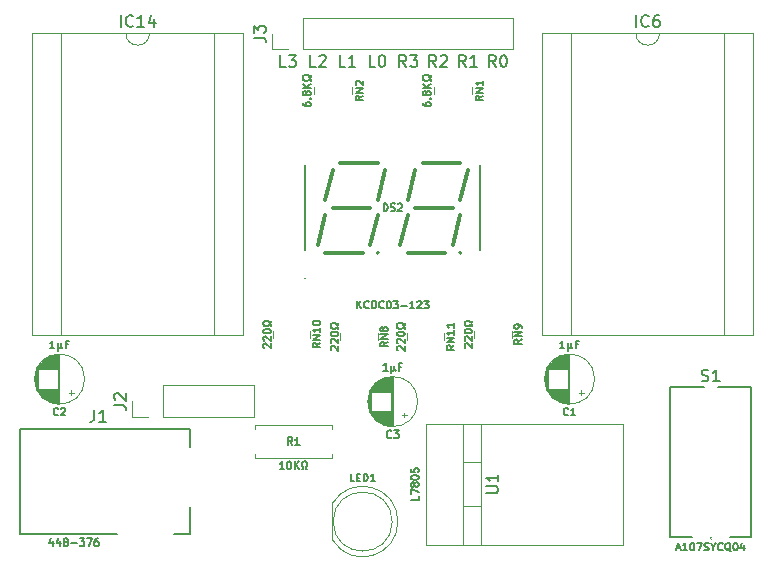
<source format=gto>
%TF.GenerationSoftware,KiCad,Pcbnew,8.0.7*%
%TF.CreationDate,2025-03-15T10:41:55+02:00*%
%TF.ProjectId,LCD Dual 7 Segment Tester,4c434420-4475-4616-9c20-37205365676d,V1*%
%TF.SameCoordinates,Original*%
%TF.FileFunction,Legend,Top*%
%TF.FilePolarity,Positive*%
%FSLAX46Y46*%
G04 Gerber Fmt 4.6, Leading zero omitted, Abs format (unit mm)*
G04 Created by KiCad (PCBNEW 8.0.7) date 2025-03-15 10:41:55*
%MOMM*%
%LPD*%
G01*
G04 APERTURE LIST*
%ADD10C,0.150000*%
%ADD11C,0.200000*%
%ADD12C,0.100000*%
%ADD13C,0.120000*%
%ADD14C,0.300000*%
%ADD15C,0.210000*%
G04 APERTURE END LIST*
D10*
X34168334Y37822180D02*
X33835001Y38298371D01*
X33596906Y37822180D02*
X33596906Y38822180D01*
X33596906Y38822180D02*
X33977858Y38822180D01*
X33977858Y38822180D02*
X34073096Y38774561D01*
X34073096Y38774561D02*
X34120715Y38726942D01*
X34120715Y38726942D02*
X34168334Y38631704D01*
X34168334Y38631704D02*
X34168334Y38488847D01*
X34168334Y38488847D02*
X34120715Y38393609D01*
X34120715Y38393609D02*
X34073096Y38345990D01*
X34073096Y38345990D02*
X33977858Y38298371D01*
X33977858Y38298371D02*
X33596906Y38298371D01*
X34549287Y38726942D02*
X34596906Y38774561D01*
X34596906Y38774561D02*
X34692144Y38822180D01*
X34692144Y38822180D02*
X34930239Y38822180D01*
X34930239Y38822180D02*
X35025477Y38774561D01*
X35025477Y38774561D02*
X35073096Y38726942D01*
X35073096Y38726942D02*
X35120715Y38631704D01*
X35120715Y38631704D02*
X35120715Y38536466D01*
X35120715Y38536466D02*
X35073096Y38393609D01*
X35073096Y38393609D02*
X34501668Y37822180D01*
X34501668Y37822180D02*
X35120715Y37822180D01*
X31628334Y37822180D02*
X31295001Y38298371D01*
X31056906Y37822180D02*
X31056906Y38822180D01*
X31056906Y38822180D02*
X31437858Y38822180D01*
X31437858Y38822180D02*
X31533096Y38774561D01*
X31533096Y38774561D02*
X31580715Y38726942D01*
X31580715Y38726942D02*
X31628334Y38631704D01*
X31628334Y38631704D02*
X31628334Y38488847D01*
X31628334Y38488847D02*
X31580715Y38393609D01*
X31580715Y38393609D02*
X31533096Y38345990D01*
X31533096Y38345990D02*
X31437858Y38298371D01*
X31437858Y38298371D02*
X31056906Y38298371D01*
X31961668Y38822180D02*
X32580715Y38822180D01*
X32580715Y38822180D02*
X32247382Y38441228D01*
X32247382Y38441228D02*
X32390239Y38441228D01*
X32390239Y38441228D02*
X32485477Y38393609D01*
X32485477Y38393609D02*
X32533096Y38345990D01*
X32533096Y38345990D02*
X32580715Y38250752D01*
X32580715Y38250752D02*
X32580715Y38012657D01*
X32580715Y38012657D02*
X32533096Y37917419D01*
X32533096Y37917419D02*
X32485477Y37869800D01*
X32485477Y37869800D02*
X32390239Y37822180D01*
X32390239Y37822180D02*
X32104525Y37822180D01*
X32104525Y37822180D02*
X32009287Y37869800D01*
X32009287Y37869800D02*
X31961668Y37917419D01*
X36663333Y37822180D02*
X36330000Y38298371D01*
X36091905Y37822180D02*
X36091905Y38822180D01*
X36091905Y38822180D02*
X36472857Y38822180D01*
X36472857Y38822180D02*
X36568095Y38774561D01*
X36568095Y38774561D02*
X36615714Y38726942D01*
X36615714Y38726942D02*
X36663333Y38631704D01*
X36663333Y38631704D02*
X36663333Y38488847D01*
X36663333Y38488847D02*
X36615714Y38393609D01*
X36615714Y38393609D02*
X36568095Y38345990D01*
X36568095Y38345990D02*
X36472857Y38298371D01*
X36472857Y38298371D02*
X36091905Y38298371D01*
X37615714Y37822180D02*
X37044286Y37822180D01*
X37330000Y37822180D02*
X37330000Y38822180D01*
X37330000Y38822180D02*
X37234762Y38679323D01*
X37234762Y38679323D02*
X37139524Y38584085D01*
X37139524Y38584085D02*
X37044286Y38536466D01*
X21423333Y37822180D02*
X20947143Y37822180D01*
X20947143Y37822180D02*
X20947143Y38822180D01*
X21661429Y38822180D02*
X22280476Y38822180D01*
X22280476Y38822180D02*
X21947143Y38441228D01*
X21947143Y38441228D02*
X22090000Y38441228D01*
X22090000Y38441228D02*
X22185238Y38393609D01*
X22185238Y38393609D02*
X22232857Y38345990D01*
X22232857Y38345990D02*
X22280476Y38250752D01*
X22280476Y38250752D02*
X22280476Y38012657D01*
X22280476Y38012657D02*
X22232857Y37917419D01*
X22232857Y37917419D02*
X22185238Y37869800D01*
X22185238Y37869800D02*
X22090000Y37822180D01*
X22090000Y37822180D02*
X21804286Y37822180D01*
X21804286Y37822180D02*
X21709048Y37869800D01*
X21709048Y37869800D02*
X21661429Y37917419D01*
X28998332Y37822180D02*
X28522142Y37822180D01*
X28522142Y37822180D02*
X28522142Y38822180D01*
X29522142Y38822180D02*
X29617380Y38822180D01*
X29617380Y38822180D02*
X29712618Y38774561D01*
X29712618Y38774561D02*
X29760237Y38726942D01*
X29760237Y38726942D02*
X29807856Y38631704D01*
X29807856Y38631704D02*
X29855475Y38441228D01*
X29855475Y38441228D02*
X29855475Y38203133D01*
X29855475Y38203133D02*
X29807856Y38012657D01*
X29807856Y38012657D02*
X29760237Y37917419D01*
X29760237Y37917419D02*
X29712618Y37869800D01*
X29712618Y37869800D02*
X29617380Y37822180D01*
X29617380Y37822180D02*
X29522142Y37822180D01*
X29522142Y37822180D02*
X29426904Y37869800D01*
X29426904Y37869800D02*
X29379285Y37917419D01*
X29379285Y37917419D02*
X29331666Y38012657D01*
X29331666Y38012657D02*
X29284047Y38203133D01*
X29284047Y38203133D02*
X29284047Y38441228D01*
X29284047Y38441228D02*
X29331666Y38631704D01*
X29331666Y38631704D02*
X29379285Y38726942D01*
X29379285Y38726942D02*
X29426904Y38774561D01*
X29426904Y38774561D02*
X29522142Y38822180D01*
X26458332Y37822180D02*
X25982142Y37822180D01*
X25982142Y37822180D02*
X25982142Y38822180D01*
X27315475Y37822180D02*
X26744047Y37822180D01*
X27029761Y37822180D02*
X27029761Y38822180D01*
X27029761Y38822180D02*
X26934523Y38679323D01*
X26934523Y38679323D02*
X26839285Y38584085D01*
X26839285Y38584085D02*
X26744047Y38536466D01*
X23963333Y37822180D02*
X23487143Y37822180D01*
X23487143Y37822180D02*
X23487143Y38822180D01*
X24249048Y38726942D02*
X24296667Y38774561D01*
X24296667Y38774561D02*
X24391905Y38822180D01*
X24391905Y38822180D02*
X24630000Y38822180D01*
X24630000Y38822180D02*
X24725238Y38774561D01*
X24725238Y38774561D02*
X24772857Y38726942D01*
X24772857Y38726942D02*
X24820476Y38631704D01*
X24820476Y38631704D02*
X24820476Y38536466D01*
X24820476Y38536466D02*
X24772857Y38393609D01*
X24772857Y38393609D02*
X24201429Y37822180D01*
X24201429Y37822180D02*
X24820476Y37822180D01*
X39203333Y37822180D02*
X38870000Y38298371D01*
X38631905Y37822180D02*
X38631905Y38822180D01*
X38631905Y38822180D02*
X39012857Y38822180D01*
X39012857Y38822180D02*
X39108095Y38774561D01*
X39108095Y38774561D02*
X39155714Y38726942D01*
X39155714Y38726942D02*
X39203333Y38631704D01*
X39203333Y38631704D02*
X39203333Y38488847D01*
X39203333Y38488847D02*
X39155714Y38393609D01*
X39155714Y38393609D02*
X39108095Y38345990D01*
X39108095Y38345990D02*
X39012857Y38298371D01*
X39012857Y38298371D02*
X38631905Y38298371D01*
X39822381Y38822180D02*
X39917619Y38822180D01*
X39917619Y38822180D02*
X40012857Y38774561D01*
X40012857Y38774561D02*
X40060476Y38726942D01*
X40060476Y38726942D02*
X40108095Y38631704D01*
X40108095Y38631704D02*
X40155714Y38441228D01*
X40155714Y38441228D02*
X40155714Y38203133D01*
X40155714Y38203133D02*
X40108095Y38012657D01*
X40108095Y38012657D02*
X40060476Y37917419D01*
X40060476Y37917419D02*
X40012857Y37869800D01*
X40012857Y37869800D02*
X39917619Y37822180D01*
X39917619Y37822180D02*
X39822381Y37822180D01*
X39822381Y37822180D02*
X39727143Y37869800D01*
X39727143Y37869800D02*
X39679524Y37917419D01*
X39679524Y37917419D02*
X39631905Y38012657D01*
X39631905Y38012657D02*
X39584286Y38203133D01*
X39584286Y38203133D02*
X39584286Y38441228D01*
X39584286Y38441228D02*
X39631905Y38631704D01*
X39631905Y38631704D02*
X39679524Y38726942D01*
X39679524Y38726942D02*
X39727143Y38774561D01*
X39727143Y38774561D02*
X39822381Y38822180D01*
X27971963Y35375547D02*
X27669582Y35163880D01*
X27971963Y35012690D02*
X27336963Y35012690D01*
X27336963Y35012690D02*
X27336963Y35254595D01*
X27336963Y35254595D02*
X27367201Y35315071D01*
X27367201Y35315071D02*
X27397439Y35345309D01*
X27397439Y35345309D02*
X27457915Y35375547D01*
X27457915Y35375547D02*
X27548629Y35375547D01*
X27548629Y35375547D02*
X27609105Y35345309D01*
X27609105Y35345309D02*
X27639344Y35315071D01*
X27639344Y35315071D02*
X27669582Y35254595D01*
X27669582Y35254595D02*
X27669582Y35012690D01*
X27971963Y35647690D02*
X27336963Y35647690D01*
X27336963Y35647690D02*
X27971963Y36010547D01*
X27971963Y36010547D02*
X27336963Y36010547D01*
X27397439Y36282690D02*
X27367201Y36312928D01*
X27367201Y36312928D02*
X27336963Y36373404D01*
X27336963Y36373404D02*
X27336963Y36524595D01*
X27336963Y36524595D02*
X27367201Y36585071D01*
X27367201Y36585071D02*
X27397439Y36615309D01*
X27397439Y36615309D02*
X27457915Y36645547D01*
X27457915Y36645547D02*
X27518391Y36645547D01*
X27518391Y36645547D02*
X27609105Y36615309D01*
X27609105Y36615309D02*
X27971963Y36252452D01*
X27971963Y36252452D02*
X27971963Y36645547D01*
X22891962Y34801024D02*
X22891962Y34680071D01*
X22891962Y34680071D02*
X22922200Y34619595D01*
X22922200Y34619595D02*
X22952438Y34589357D01*
X22952438Y34589357D02*
X23043152Y34528881D01*
X23043152Y34528881D02*
X23164104Y34498643D01*
X23164104Y34498643D02*
X23406009Y34498643D01*
X23406009Y34498643D02*
X23466485Y34528881D01*
X23466485Y34528881D02*
X23496724Y34559119D01*
X23496724Y34559119D02*
X23526962Y34619595D01*
X23526962Y34619595D02*
X23526962Y34740548D01*
X23526962Y34740548D02*
X23496724Y34801024D01*
X23496724Y34801024D02*
X23466485Y34831262D01*
X23466485Y34831262D02*
X23406009Y34861500D01*
X23406009Y34861500D02*
X23254819Y34861500D01*
X23254819Y34861500D02*
X23194343Y34831262D01*
X23194343Y34831262D02*
X23164104Y34801024D01*
X23164104Y34801024D02*
X23133866Y34740548D01*
X23133866Y34740548D02*
X23133866Y34619595D01*
X23133866Y34619595D02*
X23164104Y34559119D01*
X23164104Y34559119D02*
X23194343Y34528881D01*
X23194343Y34528881D02*
X23254819Y34498643D01*
X23466485Y35133643D02*
X23496724Y35163881D01*
X23496724Y35163881D02*
X23526962Y35133643D01*
X23526962Y35133643D02*
X23496724Y35103405D01*
X23496724Y35103405D02*
X23466485Y35133643D01*
X23466485Y35133643D02*
X23526962Y35133643D01*
X23164104Y35526738D02*
X23133866Y35466262D01*
X23133866Y35466262D02*
X23103628Y35436024D01*
X23103628Y35436024D02*
X23043152Y35405786D01*
X23043152Y35405786D02*
X23012914Y35405786D01*
X23012914Y35405786D02*
X22952438Y35436024D01*
X22952438Y35436024D02*
X22922200Y35466262D01*
X22922200Y35466262D02*
X22891962Y35526738D01*
X22891962Y35526738D02*
X22891962Y35647691D01*
X22891962Y35647691D02*
X22922200Y35708167D01*
X22922200Y35708167D02*
X22952438Y35738405D01*
X22952438Y35738405D02*
X23012914Y35768643D01*
X23012914Y35768643D02*
X23043152Y35768643D01*
X23043152Y35768643D02*
X23103628Y35738405D01*
X23103628Y35738405D02*
X23133866Y35708167D01*
X23133866Y35708167D02*
X23164104Y35647691D01*
X23164104Y35647691D02*
X23164104Y35526738D01*
X23164104Y35526738D02*
X23194343Y35466262D01*
X23194343Y35466262D02*
X23224581Y35436024D01*
X23224581Y35436024D02*
X23285057Y35405786D01*
X23285057Y35405786D02*
X23406009Y35405786D01*
X23406009Y35405786D02*
X23466485Y35436024D01*
X23466485Y35436024D02*
X23496724Y35466262D01*
X23496724Y35466262D02*
X23526962Y35526738D01*
X23526962Y35526738D02*
X23526962Y35647691D01*
X23526962Y35647691D02*
X23496724Y35708167D01*
X23496724Y35708167D02*
X23466485Y35738405D01*
X23466485Y35738405D02*
X23406009Y35768643D01*
X23406009Y35768643D02*
X23285057Y35768643D01*
X23285057Y35768643D02*
X23224581Y35738405D01*
X23224581Y35738405D02*
X23194343Y35708167D01*
X23194343Y35708167D02*
X23164104Y35647691D01*
X23526962Y36040786D02*
X22891962Y36040786D01*
X23526962Y36403643D02*
X23164104Y36131500D01*
X22891962Y36403643D02*
X23254819Y36040786D01*
X23526962Y36645548D02*
X23526962Y36796738D01*
X23526962Y36796738D02*
X23406009Y36796738D01*
X23406009Y36796738D02*
X23375771Y36736262D01*
X23375771Y36736262D02*
X23315295Y36675786D01*
X23315295Y36675786D02*
X23224581Y36645548D01*
X23224581Y36645548D02*
X23073390Y36645548D01*
X23073390Y36645548D02*
X22982676Y36675786D01*
X22982676Y36675786D02*
X22922200Y36736262D01*
X22922200Y36736262D02*
X22891962Y36826976D01*
X22891962Y36826976D02*
X22891962Y36947929D01*
X22891962Y36947929D02*
X22922200Y37038643D01*
X22922200Y37038643D02*
X22982676Y37099119D01*
X22982676Y37099119D02*
X23073390Y37129357D01*
X23073390Y37129357D02*
X23224581Y37129357D01*
X23224581Y37129357D02*
X23315295Y37099119D01*
X23315295Y37099119D02*
X23375771Y37038643D01*
X23375771Y37038643D02*
X23406009Y36978167D01*
X23406009Y36978167D02*
X23526962Y36978167D01*
X23526962Y36978167D02*
X23526962Y37129357D01*
X38131963Y35375547D02*
X37829582Y35163880D01*
X38131963Y35012690D02*
X37496963Y35012690D01*
X37496963Y35012690D02*
X37496963Y35254595D01*
X37496963Y35254595D02*
X37527201Y35315071D01*
X37527201Y35315071D02*
X37557439Y35345309D01*
X37557439Y35345309D02*
X37617915Y35375547D01*
X37617915Y35375547D02*
X37708629Y35375547D01*
X37708629Y35375547D02*
X37769105Y35345309D01*
X37769105Y35345309D02*
X37799344Y35315071D01*
X37799344Y35315071D02*
X37829582Y35254595D01*
X37829582Y35254595D02*
X37829582Y35012690D01*
X38131963Y35647690D02*
X37496963Y35647690D01*
X37496963Y35647690D02*
X38131963Y36010547D01*
X38131963Y36010547D02*
X37496963Y36010547D01*
X38131963Y36645547D02*
X38131963Y36282690D01*
X38131963Y36464118D02*
X37496963Y36464118D01*
X37496963Y36464118D02*
X37587677Y36403642D01*
X37587677Y36403642D02*
X37648153Y36343166D01*
X37648153Y36343166D02*
X37678391Y36282690D01*
X33051962Y34801024D02*
X33051962Y34680071D01*
X33051962Y34680071D02*
X33082200Y34619595D01*
X33082200Y34619595D02*
X33112438Y34589357D01*
X33112438Y34589357D02*
X33203152Y34528881D01*
X33203152Y34528881D02*
X33324104Y34498643D01*
X33324104Y34498643D02*
X33566009Y34498643D01*
X33566009Y34498643D02*
X33626485Y34528881D01*
X33626485Y34528881D02*
X33656724Y34559119D01*
X33656724Y34559119D02*
X33686962Y34619595D01*
X33686962Y34619595D02*
X33686962Y34740548D01*
X33686962Y34740548D02*
X33656724Y34801024D01*
X33656724Y34801024D02*
X33626485Y34831262D01*
X33626485Y34831262D02*
X33566009Y34861500D01*
X33566009Y34861500D02*
X33414819Y34861500D01*
X33414819Y34861500D02*
X33354343Y34831262D01*
X33354343Y34831262D02*
X33324104Y34801024D01*
X33324104Y34801024D02*
X33293866Y34740548D01*
X33293866Y34740548D02*
X33293866Y34619595D01*
X33293866Y34619595D02*
X33324104Y34559119D01*
X33324104Y34559119D02*
X33354343Y34528881D01*
X33354343Y34528881D02*
X33414819Y34498643D01*
X33626485Y35133643D02*
X33656724Y35163881D01*
X33656724Y35163881D02*
X33686962Y35133643D01*
X33686962Y35133643D02*
X33656724Y35103405D01*
X33656724Y35103405D02*
X33626485Y35133643D01*
X33626485Y35133643D02*
X33686962Y35133643D01*
X33324104Y35526738D02*
X33293866Y35466262D01*
X33293866Y35466262D02*
X33263628Y35436024D01*
X33263628Y35436024D02*
X33203152Y35405786D01*
X33203152Y35405786D02*
X33172914Y35405786D01*
X33172914Y35405786D02*
X33112438Y35436024D01*
X33112438Y35436024D02*
X33082200Y35466262D01*
X33082200Y35466262D02*
X33051962Y35526738D01*
X33051962Y35526738D02*
X33051962Y35647691D01*
X33051962Y35647691D02*
X33082200Y35708167D01*
X33082200Y35708167D02*
X33112438Y35738405D01*
X33112438Y35738405D02*
X33172914Y35768643D01*
X33172914Y35768643D02*
X33203152Y35768643D01*
X33203152Y35768643D02*
X33263628Y35738405D01*
X33263628Y35738405D02*
X33293866Y35708167D01*
X33293866Y35708167D02*
X33324104Y35647691D01*
X33324104Y35647691D02*
X33324104Y35526738D01*
X33324104Y35526738D02*
X33354343Y35466262D01*
X33354343Y35466262D02*
X33384581Y35436024D01*
X33384581Y35436024D02*
X33445057Y35405786D01*
X33445057Y35405786D02*
X33566009Y35405786D01*
X33566009Y35405786D02*
X33626485Y35436024D01*
X33626485Y35436024D02*
X33656724Y35466262D01*
X33656724Y35466262D02*
X33686962Y35526738D01*
X33686962Y35526738D02*
X33686962Y35647691D01*
X33686962Y35647691D02*
X33656724Y35708167D01*
X33656724Y35708167D02*
X33626485Y35738405D01*
X33626485Y35738405D02*
X33566009Y35768643D01*
X33566009Y35768643D02*
X33445057Y35768643D01*
X33445057Y35768643D02*
X33384581Y35738405D01*
X33384581Y35738405D02*
X33354343Y35708167D01*
X33354343Y35708167D02*
X33324104Y35647691D01*
X33686962Y36040786D02*
X33051962Y36040786D01*
X33686962Y36403643D02*
X33324104Y36131500D01*
X33051962Y36403643D02*
X33414819Y36040786D01*
X33686962Y36645548D02*
X33686962Y36796738D01*
X33686962Y36796738D02*
X33566009Y36796738D01*
X33566009Y36796738D02*
X33535771Y36736262D01*
X33535771Y36736262D02*
X33475295Y36675786D01*
X33475295Y36675786D02*
X33384581Y36645548D01*
X33384581Y36645548D02*
X33233390Y36645548D01*
X33233390Y36645548D02*
X33142676Y36675786D01*
X33142676Y36675786D02*
X33082200Y36736262D01*
X33082200Y36736262D02*
X33051962Y36826976D01*
X33051962Y36826976D02*
X33051962Y36947929D01*
X33051962Y36947929D02*
X33082200Y37038643D01*
X33082200Y37038643D02*
X33142676Y37099119D01*
X33142676Y37099119D02*
X33233390Y37129357D01*
X33233390Y37129357D02*
X33384581Y37129357D01*
X33384581Y37129357D02*
X33475295Y37099119D01*
X33475295Y37099119D02*
X33535771Y37038643D01*
X33535771Y37038643D02*
X33566009Y36978167D01*
X33566009Y36978167D02*
X33686962Y36978167D01*
X33686962Y36978167D02*
X33686962Y37129357D01*
X7437619Y41204580D02*
X7437619Y42204580D01*
X8485237Y41299819D02*
X8437618Y41252200D01*
X8437618Y41252200D02*
X8294761Y41204580D01*
X8294761Y41204580D02*
X8199523Y41204580D01*
X8199523Y41204580D02*
X8056666Y41252200D01*
X8056666Y41252200D02*
X7961428Y41347438D01*
X7961428Y41347438D02*
X7913809Y41442676D01*
X7913809Y41442676D02*
X7866190Y41633152D01*
X7866190Y41633152D02*
X7866190Y41776009D01*
X7866190Y41776009D02*
X7913809Y41966485D01*
X7913809Y41966485D02*
X7961428Y42061723D01*
X7961428Y42061723D02*
X8056666Y42156961D01*
X8056666Y42156961D02*
X8199523Y42204580D01*
X8199523Y42204580D02*
X8294761Y42204580D01*
X8294761Y42204580D02*
X8437618Y42156961D01*
X8437618Y42156961D02*
X8485237Y42109342D01*
X9437618Y41204580D02*
X8866190Y41204580D01*
X9151904Y41204580D02*
X9151904Y42204580D01*
X9151904Y42204580D02*
X9056666Y42061723D01*
X9056666Y42061723D02*
X8961428Y41966485D01*
X8961428Y41966485D02*
X8866190Y41918866D01*
X10294761Y41871247D02*
X10294761Y41204580D01*
X10056666Y42252200D02*
X9818571Y41537914D01*
X9818571Y41537914D02*
X10437618Y41537914D01*
D11*
X5203866Y8762180D02*
X5203866Y8047895D01*
X5203866Y8047895D02*
X5156247Y7905038D01*
X5156247Y7905038D02*
X5061009Y7809800D01*
X5061009Y7809800D02*
X4918152Y7762180D01*
X4918152Y7762180D02*
X4822914Y7762180D01*
X6203866Y7762180D02*
X5632438Y7762180D01*
X5918152Y7762180D02*
X5918152Y8762180D01*
X5918152Y8762180D02*
X5822914Y8619323D01*
X5822914Y8619323D02*
X5727676Y8524085D01*
X5727676Y8524085D02*
X5632438Y8476466D01*
D10*
X1721152Y-2316229D02*
X1721152Y-2739563D01*
X1569961Y-2074325D02*
X1418771Y-2527896D01*
X1418771Y-2527896D02*
X1811866Y-2527896D01*
X2325914Y-2316229D02*
X2325914Y-2739563D01*
X2174723Y-2074325D02*
X2023533Y-2527896D01*
X2023533Y-2527896D02*
X2416628Y-2527896D01*
X2749247Y-2376705D02*
X2688771Y-2346467D01*
X2688771Y-2346467D02*
X2658533Y-2316229D01*
X2658533Y-2316229D02*
X2628295Y-2255753D01*
X2628295Y-2255753D02*
X2628295Y-2225515D01*
X2628295Y-2225515D02*
X2658533Y-2165039D01*
X2658533Y-2165039D02*
X2688771Y-2134801D01*
X2688771Y-2134801D02*
X2749247Y-2104563D01*
X2749247Y-2104563D02*
X2870200Y-2104563D01*
X2870200Y-2104563D02*
X2930676Y-2134801D01*
X2930676Y-2134801D02*
X2960914Y-2165039D01*
X2960914Y-2165039D02*
X2991152Y-2225515D01*
X2991152Y-2225515D02*
X2991152Y-2255753D01*
X2991152Y-2255753D02*
X2960914Y-2316229D01*
X2960914Y-2316229D02*
X2930676Y-2346467D01*
X2930676Y-2346467D02*
X2870200Y-2376705D01*
X2870200Y-2376705D02*
X2749247Y-2376705D01*
X2749247Y-2376705D02*
X2688771Y-2406944D01*
X2688771Y-2406944D02*
X2658533Y-2437182D01*
X2658533Y-2437182D02*
X2628295Y-2497658D01*
X2628295Y-2497658D02*
X2628295Y-2618610D01*
X2628295Y-2618610D02*
X2658533Y-2679086D01*
X2658533Y-2679086D02*
X2688771Y-2709325D01*
X2688771Y-2709325D02*
X2749247Y-2739563D01*
X2749247Y-2739563D02*
X2870200Y-2739563D01*
X2870200Y-2739563D02*
X2930676Y-2709325D01*
X2930676Y-2709325D02*
X2960914Y-2679086D01*
X2960914Y-2679086D02*
X2991152Y-2618610D01*
X2991152Y-2618610D02*
X2991152Y-2497658D01*
X2991152Y-2497658D02*
X2960914Y-2437182D01*
X2960914Y-2437182D02*
X2930676Y-2406944D01*
X2930676Y-2406944D02*
X2870200Y-2376705D01*
X3263295Y-2497658D02*
X3747105Y-2497658D01*
X3989009Y-2104563D02*
X4382104Y-2104563D01*
X4382104Y-2104563D02*
X4170437Y-2346467D01*
X4170437Y-2346467D02*
X4261152Y-2346467D01*
X4261152Y-2346467D02*
X4321628Y-2376705D01*
X4321628Y-2376705D02*
X4351866Y-2406944D01*
X4351866Y-2406944D02*
X4382104Y-2467420D01*
X4382104Y-2467420D02*
X4382104Y-2618610D01*
X4382104Y-2618610D02*
X4351866Y-2679086D01*
X4351866Y-2679086D02*
X4321628Y-2709325D01*
X4321628Y-2709325D02*
X4261152Y-2739563D01*
X4261152Y-2739563D02*
X4079723Y-2739563D01*
X4079723Y-2739563D02*
X4019247Y-2709325D01*
X4019247Y-2709325D02*
X3989009Y-2679086D01*
X4593771Y-2104563D02*
X5017104Y-2104563D01*
X5017104Y-2104563D02*
X4744961Y-2739563D01*
X5531152Y-2104563D02*
X5410199Y-2104563D01*
X5410199Y-2104563D02*
X5349723Y-2134801D01*
X5349723Y-2134801D02*
X5319485Y-2165039D01*
X5319485Y-2165039D02*
X5259009Y-2255753D01*
X5259009Y-2255753D02*
X5228771Y-2376705D01*
X5228771Y-2376705D02*
X5228771Y-2618610D01*
X5228771Y-2618610D02*
X5259009Y-2679086D01*
X5259009Y-2679086D02*
X5289247Y-2709325D01*
X5289247Y-2709325D02*
X5349723Y-2739563D01*
X5349723Y-2739563D02*
X5470676Y-2739563D01*
X5470676Y-2739563D02*
X5531152Y-2709325D01*
X5531152Y-2709325D02*
X5561390Y-2679086D01*
X5561390Y-2679086D02*
X5591628Y-2618610D01*
X5591628Y-2618610D02*
X5591628Y-2467420D01*
X5591628Y-2467420D02*
X5561390Y-2406944D01*
X5561390Y-2406944D02*
X5531152Y-2376705D01*
X5531152Y-2376705D02*
X5470676Y-2346467D01*
X5470676Y-2346467D02*
X5349723Y-2346467D01*
X5349723Y-2346467D02*
X5289247Y-2376705D01*
X5289247Y-2376705D02*
X5259009Y-2406944D01*
X5259009Y-2406944D02*
X5228771Y-2467420D01*
X6903819Y9191666D02*
X7618104Y9191666D01*
X7618104Y9191666D02*
X7760961Y9144047D01*
X7760961Y9144047D02*
X7856200Y9048809D01*
X7856200Y9048809D02*
X7903819Y8905952D01*
X7903819Y8905952D02*
X7903819Y8810714D01*
X6999057Y9620238D02*
X6951438Y9667857D01*
X6951438Y9667857D02*
X6903819Y9763095D01*
X6903819Y9763095D02*
X6903819Y10001190D01*
X6903819Y10001190D02*
X6951438Y10096428D01*
X6951438Y10096428D02*
X6999057Y10144047D01*
X6999057Y10144047D02*
X7094295Y10191666D01*
X7094295Y10191666D02*
X7189533Y10191666D01*
X7189533Y10191666D02*
X7332390Y10144047D01*
X7332390Y10144047D02*
X7903819Y9572619D01*
X7903819Y9572619D02*
X7903819Y10191666D01*
X24339563Y14458566D02*
X24037182Y14246899D01*
X24339563Y14095709D02*
X23704563Y14095709D01*
X23704563Y14095709D02*
X23704563Y14337614D01*
X23704563Y14337614D02*
X23734801Y14398090D01*
X23734801Y14398090D02*
X23765039Y14428328D01*
X23765039Y14428328D02*
X23825515Y14458566D01*
X23825515Y14458566D02*
X23916229Y14458566D01*
X23916229Y14458566D02*
X23976705Y14428328D01*
X23976705Y14428328D02*
X24006944Y14398090D01*
X24006944Y14398090D02*
X24037182Y14337614D01*
X24037182Y14337614D02*
X24037182Y14095709D01*
X24339563Y14730709D02*
X23704563Y14730709D01*
X23704563Y14730709D02*
X24339563Y15093566D01*
X24339563Y15093566D02*
X23704563Y15093566D01*
X24339563Y15728566D02*
X24339563Y15365709D01*
X24339563Y15547137D02*
X23704563Y15547137D01*
X23704563Y15547137D02*
X23795277Y15486661D01*
X23795277Y15486661D02*
X23855753Y15426185D01*
X23855753Y15426185D02*
X23885991Y15365709D01*
X23704563Y16121661D02*
X23704563Y16182138D01*
X23704563Y16182138D02*
X23734801Y16242614D01*
X23734801Y16242614D02*
X23765039Y16272852D01*
X23765039Y16272852D02*
X23825515Y16303090D01*
X23825515Y16303090D02*
X23946467Y16333328D01*
X23946467Y16333328D02*
X24097658Y16333328D01*
X24097658Y16333328D02*
X24218610Y16303090D01*
X24218610Y16303090D02*
X24279086Y16272852D01*
X24279086Y16272852D02*
X24309325Y16242614D01*
X24309325Y16242614D02*
X24339563Y16182138D01*
X24339563Y16182138D02*
X24339563Y16121661D01*
X24339563Y16121661D02*
X24309325Y16061185D01*
X24309325Y16061185D02*
X24279086Y16030947D01*
X24279086Y16030947D02*
X24218610Y16000709D01*
X24218610Y16000709D02*
X24097658Y15970471D01*
X24097658Y15970471D02*
X23946467Y15970471D01*
X23946467Y15970471D02*
X23825515Y16000709D01*
X23825515Y16000709D02*
X23765039Y16030947D01*
X23765039Y16030947D02*
X23734801Y16061185D01*
X23734801Y16061185D02*
X23704563Y16121661D01*
X19574039Y14050352D02*
X19543801Y14080590D01*
X19543801Y14080590D02*
X19513563Y14141066D01*
X19513563Y14141066D02*
X19513563Y14292257D01*
X19513563Y14292257D02*
X19543801Y14352733D01*
X19543801Y14352733D02*
X19574039Y14382971D01*
X19574039Y14382971D02*
X19634515Y14413209D01*
X19634515Y14413209D02*
X19694991Y14413209D01*
X19694991Y14413209D02*
X19785705Y14382971D01*
X19785705Y14382971D02*
X20148563Y14020114D01*
X20148563Y14020114D02*
X20148563Y14413209D01*
X19574039Y14655114D02*
X19543801Y14685352D01*
X19543801Y14685352D02*
X19513563Y14745828D01*
X19513563Y14745828D02*
X19513563Y14897019D01*
X19513563Y14897019D02*
X19543801Y14957495D01*
X19543801Y14957495D02*
X19574039Y14987733D01*
X19574039Y14987733D02*
X19634515Y15017971D01*
X19634515Y15017971D02*
X19694991Y15017971D01*
X19694991Y15017971D02*
X19785705Y14987733D01*
X19785705Y14987733D02*
X20148563Y14624876D01*
X20148563Y14624876D02*
X20148563Y15017971D01*
X19513563Y15411066D02*
X19513563Y15471543D01*
X19513563Y15471543D02*
X19543801Y15532019D01*
X19543801Y15532019D02*
X19574039Y15562257D01*
X19574039Y15562257D02*
X19634515Y15592495D01*
X19634515Y15592495D02*
X19755467Y15622733D01*
X19755467Y15622733D02*
X19906658Y15622733D01*
X19906658Y15622733D02*
X20027610Y15592495D01*
X20027610Y15592495D02*
X20088086Y15562257D01*
X20088086Y15562257D02*
X20118325Y15532019D01*
X20118325Y15532019D02*
X20148563Y15471543D01*
X20148563Y15471543D02*
X20148563Y15411066D01*
X20148563Y15411066D02*
X20118325Y15350590D01*
X20118325Y15350590D02*
X20088086Y15320352D01*
X20088086Y15320352D02*
X20027610Y15290114D01*
X20027610Y15290114D02*
X19906658Y15259876D01*
X19906658Y15259876D02*
X19755467Y15259876D01*
X19755467Y15259876D02*
X19634515Y15290114D01*
X19634515Y15290114D02*
X19574039Y15320352D01*
X19574039Y15320352D02*
X19543801Y15350590D01*
X19543801Y15350590D02*
X19513563Y15411066D01*
X20148563Y15864638D02*
X20148563Y16015828D01*
X20148563Y16015828D02*
X20027610Y16015828D01*
X20027610Y16015828D02*
X19997372Y15955352D01*
X19997372Y15955352D02*
X19936896Y15894876D01*
X19936896Y15894876D02*
X19846182Y15864638D01*
X19846182Y15864638D02*
X19694991Y15864638D01*
X19694991Y15864638D02*
X19604277Y15894876D01*
X19604277Y15894876D02*
X19543801Y15955352D01*
X19543801Y15955352D02*
X19513563Y16046066D01*
X19513563Y16046066D02*
X19513563Y16167019D01*
X19513563Y16167019D02*
X19543801Y16257733D01*
X19543801Y16257733D02*
X19604277Y16318209D01*
X19604277Y16318209D02*
X19694991Y16348447D01*
X19694991Y16348447D02*
X19846182Y16348447D01*
X19846182Y16348447D02*
X19936896Y16318209D01*
X19936896Y16318209D02*
X19997372Y16257733D01*
X19997372Y16257733D02*
X20027610Y16197257D01*
X20027610Y16197257D02*
X20148563Y16197257D01*
X20148563Y16197257D02*
X20148563Y16348447D01*
X27229404Y2721436D02*
X26927023Y2721436D01*
X26927023Y2721436D02*
X26927023Y3356436D01*
X27441071Y3054055D02*
X27652738Y3054055D01*
X27743452Y2721436D02*
X27441071Y2721436D01*
X27441071Y2721436D02*
X27441071Y3356436D01*
X27441071Y3356436D02*
X27743452Y3356436D01*
X28015595Y2721436D02*
X28015595Y3356436D01*
X28015595Y3356436D02*
X28166785Y3356436D01*
X28166785Y3356436D02*
X28257500Y3326198D01*
X28257500Y3326198D02*
X28317976Y3265722D01*
X28317976Y3265722D02*
X28348214Y3205246D01*
X28348214Y3205246D02*
X28378452Y3084294D01*
X28378452Y3084294D02*
X28378452Y2993579D01*
X28378452Y2993579D02*
X28348214Y2872627D01*
X28348214Y2872627D02*
X28317976Y2812151D01*
X28317976Y2812151D02*
X28257500Y2751675D01*
X28257500Y2751675D02*
X28166785Y2721436D01*
X28166785Y2721436D02*
X28015595Y2721436D01*
X28983214Y2721436D02*
X28620357Y2721436D01*
X28801785Y2721436D02*
X28801785Y3356436D01*
X28801785Y3356436D02*
X28741309Y3265722D01*
X28741309Y3265722D02*
X28680833Y3205246D01*
X28680833Y3205246D02*
X28620357Y3175008D01*
X2164166Y8369913D02*
X2133928Y8339675D01*
X2133928Y8339675D02*
X2043214Y8309436D01*
X2043214Y8309436D02*
X1982738Y8309436D01*
X1982738Y8309436D02*
X1892023Y8339675D01*
X1892023Y8339675D02*
X1831547Y8400151D01*
X1831547Y8400151D02*
X1801309Y8460627D01*
X1801309Y8460627D02*
X1771071Y8581579D01*
X1771071Y8581579D02*
X1771071Y8672294D01*
X1771071Y8672294D02*
X1801309Y8793246D01*
X1801309Y8793246D02*
X1831547Y8853722D01*
X1831547Y8853722D02*
X1892023Y8914198D01*
X1892023Y8914198D02*
X1982738Y8944436D01*
X1982738Y8944436D02*
X2043214Y8944436D01*
X2043214Y8944436D02*
X2133928Y8914198D01*
X2133928Y8914198D02*
X2164166Y8883960D01*
X2406071Y8883960D02*
X2436309Y8914198D01*
X2436309Y8914198D02*
X2496785Y8944436D01*
X2496785Y8944436D02*
X2647976Y8944436D01*
X2647976Y8944436D02*
X2708452Y8914198D01*
X2708452Y8914198D02*
X2738690Y8883960D01*
X2738690Y8883960D02*
X2768928Y8823484D01*
X2768928Y8823484D02*
X2768928Y8763008D01*
X2768928Y8763008D02*
X2738690Y8672294D01*
X2738690Y8672294D02*
X2375833Y8309436D01*
X2375833Y8309436D02*
X2768928Y8309436D01*
X1846666Y13999036D02*
X1483809Y13999036D01*
X1665237Y13999036D02*
X1665237Y14634036D01*
X1665237Y14634036D02*
X1604761Y14543322D01*
X1604761Y14543322D02*
X1544285Y14482846D01*
X1544285Y14482846D02*
X1483809Y14452608D01*
X2118809Y14422370D02*
X2118809Y13787370D01*
X2421190Y14089751D02*
X2451428Y14029275D01*
X2451428Y14029275D02*
X2511904Y13999036D01*
X2118809Y14089751D02*
X2149047Y14029275D01*
X2149047Y14029275D02*
X2209523Y13999036D01*
X2209523Y13999036D02*
X2330476Y13999036D01*
X2330476Y13999036D02*
X2390952Y14029275D01*
X2390952Y14029275D02*
X2421190Y14089751D01*
X2421190Y14089751D02*
X2421190Y14422370D01*
X2995714Y14331655D02*
X2784047Y14331655D01*
X2784047Y13999036D02*
X2784047Y14634036D01*
X2784047Y14634036D02*
X3086428Y14634036D01*
X29708928Y25622036D02*
X29708928Y26257036D01*
X29708928Y26257036D02*
X29860118Y26257036D01*
X29860118Y26257036D02*
X29950833Y26226798D01*
X29950833Y26226798D02*
X30011309Y26166322D01*
X30011309Y26166322D02*
X30041547Y26105846D01*
X30041547Y26105846D02*
X30071785Y25984894D01*
X30071785Y25984894D02*
X30071785Y25894179D01*
X30071785Y25894179D02*
X30041547Y25773227D01*
X30041547Y25773227D02*
X30011309Y25712751D01*
X30011309Y25712751D02*
X29950833Y25652275D01*
X29950833Y25652275D02*
X29860118Y25622036D01*
X29860118Y25622036D02*
X29708928Y25622036D01*
X30313690Y25652275D02*
X30404404Y25622036D01*
X30404404Y25622036D02*
X30555595Y25622036D01*
X30555595Y25622036D02*
X30616071Y25652275D01*
X30616071Y25652275D02*
X30646309Y25682513D01*
X30646309Y25682513D02*
X30676547Y25742989D01*
X30676547Y25742989D02*
X30676547Y25803465D01*
X30676547Y25803465D02*
X30646309Y25863941D01*
X30646309Y25863941D02*
X30616071Y25894179D01*
X30616071Y25894179D02*
X30555595Y25924417D01*
X30555595Y25924417D02*
X30434642Y25954655D01*
X30434642Y25954655D02*
X30374166Y25984894D01*
X30374166Y25984894D02*
X30343928Y26015132D01*
X30343928Y26015132D02*
X30313690Y26075608D01*
X30313690Y26075608D02*
X30313690Y26136084D01*
X30313690Y26136084D02*
X30343928Y26196560D01*
X30343928Y26196560D02*
X30374166Y26226798D01*
X30374166Y26226798D02*
X30434642Y26257036D01*
X30434642Y26257036D02*
X30585833Y26257036D01*
X30585833Y26257036D02*
X30676547Y26226798D01*
X30918452Y26196560D02*
X30948690Y26226798D01*
X30948690Y26226798D02*
X31009166Y26257036D01*
X31009166Y26257036D02*
X31160357Y26257036D01*
X31160357Y26257036D02*
X31220833Y26226798D01*
X31220833Y26226798D02*
X31251071Y26196560D01*
X31251071Y26196560D02*
X31281309Y26136084D01*
X31281309Y26136084D02*
X31281309Y26075608D01*
X31281309Y26075608D02*
X31251071Y25984894D01*
X31251071Y25984894D02*
X30888214Y25622036D01*
X30888214Y25622036D02*
X31281309Y25622036D01*
X27456190Y17367036D02*
X27456190Y18002036D01*
X27819047Y17367036D02*
X27546904Y17729894D01*
X27819047Y18002036D02*
X27456190Y17639179D01*
X28454047Y17427513D02*
X28423809Y17397275D01*
X28423809Y17397275D02*
X28333095Y17367036D01*
X28333095Y17367036D02*
X28272619Y17367036D01*
X28272619Y17367036D02*
X28181904Y17397275D01*
X28181904Y17397275D02*
X28121428Y17457751D01*
X28121428Y17457751D02*
X28091190Y17518227D01*
X28091190Y17518227D02*
X28060952Y17639179D01*
X28060952Y17639179D02*
X28060952Y17729894D01*
X28060952Y17729894D02*
X28091190Y17850846D01*
X28091190Y17850846D02*
X28121428Y17911322D01*
X28121428Y17911322D02*
X28181904Y17971798D01*
X28181904Y17971798D02*
X28272619Y18002036D01*
X28272619Y18002036D02*
X28333095Y18002036D01*
X28333095Y18002036D02*
X28423809Y17971798D01*
X28423809Y17971798D02*
X28454047Y17941560D01*
X28726190Y17367036D02*
X28726190Y18002036D01*
X28726190Y18002036D02*
X28877380Y18002036D01*
X28877380Y18002036D02*
X28968095Y17971798D01*
X28968095Y17971798D02*
X29028571Y17911322D01*
X29028571Y17911322D02*
X29058809Y17850846D01*
X29058809Y17850846D02*
X29089047Y17729894D01*
X29089047Y17729894D02*
X29089047Y17639179D01*
X29089047Y17639179D02*
X29058809Y17518227D01*
X29058809Y17518227D02*
X29028571Y17457751D01*
X29028571Y17457751D02*
X28968095Y17397275D01*
X28968095Y17397275D02*
X28877380Y17367036D01*
X28877380Y17367036D02*
X28726190Y17367036D01*
X29724047Y17427513D02*
X29693809Y17397275D01*
X29693809Y17397275D02*
X29603095Y17367036D01*
X29603095Y17367036D02*
X29542619Y17367036D01*
X29542619Y17367036D02*
X29451904Y17397275D01*
X29451904Y17397275D02*
X29391428Y17457751D01*
X29391428Y17457751D02*
X29361190Y17518227D01*
X29361190Y17518227D02*
X29330952Y17639179D01*
X29330952Y17639179D02*
X29330952Y17729894D01*
X29330952Y17729894D02*
X29361190Y17850846D01*
X29361190Y17850846D02*
X29391428Y17911322D01*
X29391428Y17911322D02*
X29451904Y17971798D01*
X29451904Y17971798D02*
X29542619Y18002036D01*
X29542619Y18002036D02*
X29603095Y18002036D01*
X29603095Y18002036D02*
X29693809Y17971798D01*
X29693809Y17971798D02*
X29724047Y17941560D01*
X30117142Y18002036D02*
X30177619Y18002036D01*
X30177619Y18002036D02*
X30238095Y17971798D01*
X30238095Y17971798D02*
X30268333Y17941560D01*
X30268333Y17941560D02*
X30298571Y17881084D01*
X30298571Y17881084D02*
X30328809Y17760132D01*
X30328809Y17760132D02*
X30328809Y17608941D01*
X30328809Y17608941D02*
X30298571Y17487989D01*
X30298571Y17487989D02*
X30268333Y17427513D01*
X30268333Y17427513D02*
X30238095Y17397275D01*
X30238095Y17397275D02*
X30177619Y17367036D01*
X30177619Y17367036D02*
X30117142Y17367036D01*
X30117142Y17367036D02*
X30056666Y17397275D01*
X30056666Y17397275D02*
X30026428Y17427513D01*
X30026428Y17427513D02*
X29996190Y17487989D01*
X29996190Y17487989D02*
X29965952Y17608941D01*
X29965952Y17608941D02*
X29965952Y17760132D01*
X29965952Y17760132D02*
X29996190Y17881084D01*
X29996190Y17881084D02*
X30026428Y17941560D01*
X30026428Y17941560D02*
X30056666Y17971798D01*
X30056666Y17971798D02*
X30117142Y18002036D01*
X30540476Y18002036D02*
X30933571Y18002036D01*
X30933571Y18002036D02*
X30721904Y17760132D01*
X30721904Y17760132D02*
X30812619Y17760132D01*
X30812619Y17760132D02*
X30873095Y17729894D01*
X30873095Y17729894D02*
X30903333Y17699655D01*
X30903333Y17699655D02*
X30933571Y17639179D01*
X30933571Y17639179D02*
X30933571Y17487989D01*
X30933571Y17487989D02*
X30903333Y17427513D01*
X30903333Y17427513D02*
X30873095Y17397275D01*
X30873095Y17397275D02*
X30812619Y17367036D01*
X30812619Y17367036D02*
X30631190Y17367036D01*
X30631190Y17367036D02*
X30570714Y17397275D01*
X30570714Y17397275D02*
X30540476Y17427513D01*
X31205714Y17608941D02*
X31689524Y17608941D01*
X32324523Y17367036D02*
X31961666Y17367036D01*
X32143094Y17367036D02*
X32143094Y18002036D01*
X32143094Y18002036D02*
X32082618Y17911322D01*
X32082618Y17911322D02*
X32022142Y17850846D01*
X32022142Y17850846D02*
X31961666Y17820608D01*
X32566428Y17941560D02*
X32596666Y17971798D01*
X32596666Y17971798D02*
X32657142Y18002036D01*
X32657142Y18002036D02*
X32808333Y18002036D01*
X32808333Y18002036D02*
X32868809Y17971798D01*
X32868809Y17971798D02*
X32899047Y17941560D01*
X32899047Y17941560D02*
X32929285Y17881084D01*
X32929285Y17881084D02*
X32929285Y17820608D01*
X32929285Y17820608D02*
X32899047Y17729894D01*
X32899047Y17729894D02*
X32536190Y17367036D01*
X32536190Y17367036D02*
X32929285Y17367036D01*
X33140952Y18002036D02*
X33534047Y18002036D01*
X33534047Y18002036D02*
X33322380Y17760132D01*
X33322380Y17760132D02*
X33413095Y17760132D01*
X33413095Y17760132D02*
X33473571Y17729894D01*
X33473571Y17729894D02*
X33503809Y17699655D01*
X33503809Y17699655D02*
X33534047Y17639179D01*
X33534047Y17639179D02*
X33534047Y17487989D01*
X33534047Y17487989D02*
X33503809Y17427513D01*
X33503809Y17427513D02*
X33473571Y17397275D01*
X33473571Y17397275D02*
X33413095Y17367036D01*
X33413095Y17367036D02*
X33231666Y17367036D01*
X33231666Y17367036D02*
X33171190Y17397275D01*
X33171190Y17397275D02*
X33140952Y17427513D01*
D11*
X56642095Y11238800D02*
X56784952Y11191180D01*
X56784952Y11191180D02*
X57023047Y11191180D01*
X57023047Y11191180D02*
X57118285Y11238800D01*
X57118285Y11238800D02*
X57165904Y11286419D01*
X57165904Y11286419D02*
X57213523Y11381657D01*
X57213523Y11381657D02*
X57213523Y11476895D01*
X57213523Y11476895D02*
X57165904Y11572133D01*
X57165904Y11572133D02*
X57118285Y11619752D01*
X57118285Y11619752D02*
X57023047Y11667371D01*
X57023047Y11667371D02*
X56832571Y11714990D01*
X56832571Y11714990D02*
X56737333Y11762609D01*
X56737333Y11762609D02*
X56689714Y11810228D01*
X56689714Y11810228D02*
X56642095Y11905466D01*
X56642095Y11905466D02*
X56642095Y12000704D01*
X56642095Y12000704D02*
X56689714Y12095942D01*
X56689714Y12095942D02*
X56737333Y12143561D01*
X56737333Y12143561D02*
X56832571Y12191180D01*
X56832571Y12191180D02*
X57070666Y12191180D01*
X57070666Y12191180D02*
X57213523Y12143561D01*
X58165904Y11191180D02*
X57594476Y11191180D01*
X57880190Y11191180D02*
X57880190Y12191180D01*
X57880190Y12191180D02*
X57784952Y12048323D01*
X57784952Y12048323D02*
X57689714Y11953085D01*
X57689714Y11953085D02*
X57594476Y11905466D01*
D10*
X54516261Y-2939134D02*
X54818642Y-2939134D01*
X54455785Y-3120563D02*
X54667451Y-2485563D01*
X54667451Y-2485563D02*
X54879118Y-3120563D01*
X55423404Y-3120563D02*
X55060547Y-3120563D01*
X55241975Y-3120563D02*
X55241975Y-2485563D01*
X55241975Y-2485563D02*
X55181499Y-2576277D01*
X55181499Y-2576277D02*
X55121023Y-2636753D01*
X55121023Y-2636753D02*
X55060547Y-2666991D01*
X55816499Y-2485563D02*
X55876976Y-2485563D01*
X55876976Y-2485563D02*
X55937452Y-2515801D01*
X55937452Y-2515801D02*
X55967690Y-2546039D01*
X55967690Y-2546039D02*
X55997928Y-2606515D01*
X55997928Y-2606515D02*
X56028166Y-2727467D01*
X56028166Y-2727467D02*
X56028166Y-2878658D01*
X56028166Y-2878658D02*
X55997928Y-2999610D01*
X55997928Y-2999610D02*
X55967690Y-3060086D01*
X55967690Y-3060086D02*
X55937452Y-3090325D01*
X55937452Y-3090325D02*
X55876976Y-3120563D01*
X55876976Y-3120563D02*
X55816499Y-3120563D01*
X55816499Y-3120563D02*
X55756023Y-3090325D01*
X55756023Y-3090325D02*
X55725785Y-3060086D01*
X55725785Y-3060086D02*
X55695547Y-2999610D01*
X55695547Y-2999610D02*
X55665309Y-2878658D01*
X55665309Y-2878658D02*
X55665309Y-2727467D01*
X55665309Y-2727467D02*
X55695547Y-2606515D01*
X55695547Y-2606515D02*
X55725785Y-2546039D01*
X55725785Y-2546039D02*
X55756023Y-2515801D01*
X55756023Y-2515801D02*
X55816499Y-2485563D01*
X56239833Y-2485563D02*
X56663166Y-2485563D01*
X56663166Y-2485563D02*
X56391023Y-3120563D01*
X56874833Y-3090325D02*
X56965547Y-3120563D01*
X56965547Y-3120563D02*
X57116738Y-3120563D01*
X57116738Y-3120563D02*
X57177214Y-3090325D01*
X57177214Y-3090325D02*
X57207452Y-3060086D01*
X57207452Y-3060086D02*
X57237690Y-2999610D01*
X57237690Y-2999610D02*
X57237690Y-2939134D01*
X57237690Y-2939134D02*
X57207452Y-2878658D01*
X57207452Y-2878658D02*
X57177214Y-2848420D01*
X57177214Y-2848420D02*
X57116738Y-2818182D01*
X57116738Y-2818182D02*
X56995785Y-2787944D01*
X56995785Y-2787944D02*
X56935309Y-2757705D01*
X56935309Y-2757705D02*
X56905071Y-2727467D01*
X56905071Y-2727467D02*
X56874833Y-2666991D01*
X56874833Y-2666991D02*
X56874833Y-2606515D01*
X56874833Y-2606515D02*
X56905071Y-2546039D01*
X56905071Y-2546039D02*
X56935309Y-2515801D01*
X56935309Y-2515801D02*
X56995785Y-2485563D01*
X56995785Y-2485563D02*
X57146976Y-2485563D01*
X57146976Y-2485563D02*
X57237690Y-2515801D01*
X57630785Y-2818182D02*
X57630785Y-3120563D01*
X57419119Y-2485563D02*
X57630785Y-2818182D01*
X57630785Y-2818182D02*
X57842452Y-2485563D01*
X58416976Y-3060086D02*
X58386738Y-3090325D01*
X58386738Y-3090325D02*
X58296024Y-3120563D01*
X58296024Y-3120563D02*
X58235548Y-3120563D01*
X58235548Y-3120563D02*
X58144833Y-3090325D01*
X58144833Y-3090325D02*
X58084357Y-3029848D01*
X58084357Y-3029848D02*
X58054119Y-2969372D01*
X58054119Y-2969372D02*
X58023881Y-2848420D01*
X58023881Y-2848420D02*
X58023881Y-2757705D01*
X58023881Y-2757705D02*
X58054119Y-2636753D01*
X58054119Y-2636753D02*
X58084357Y-2576277D01*
X58084357Y-2576277D02*
X58144833Y-2515801D01*
X58144833Y-2515801D02*
X58235548Y-2485563D01*
X58235548Y-2485563D02*
X58296024Y-2485563D01*
X58296024Y-2485563D02*
X58386738Y-2515801D01*
X58386738Y-2515801D02*
X58416976Y-2546039D01*
X59112452Y-3181039D02*
X59051976Y-3150801D01*
X59051976Y-3150801D02*
X58991500Y-3090325D01*
X58991500Y-3090325D02*
X58900786Y-2999610D01*
X58900786Y-2999610D02*
X58840309Y-2969372D01*
X58840309Y-2969372D02*
X58779833Y-2969372D01*
X58810071Y-3120563D02*
X58749595Y-3090325D01*
X58749595Y-3090325D02*
X58689119Y-3029848D01*
X58689119Y-3029848D02*
X58658881Y-2908896D01*
X58658881Y-2908896D02*
X58658881Y-2697229D01*
X58658881Y-2697229D02*
X58689119Y-2576277D01*
X58689119Y-2576277D02*
X58749595Y-2515801D01*
X58749595Y-2515801D02*
X58810071Y-2485563D01*
X58810071Y-2485563D02*
X58931024Y-2485563D01*
X58931024Y-2485563D02*
X58991500Y-2515801D01*
X58991500Y-2515801D02*
X59051976Y-2576277D01*
X59051976Y-2576277D02*
X59082214Y-2697229D01*
X59082214Y-2697229D02*
X59082214Y-2908896D01*
X59082214Y-2908896D02*
X59051976Y-3029848D01*
X59051976Y-3029848D02*
X58991500Y-3090325D01*
X58991500Y-3090325D02*
X58931024Y-3120563D01*
X58931024Y-3120563D02*
X58810071Y-3120563D01*
X59475309Y-2485563D02*
X59535786Y-2485563D01*
X59535786Y-2485563D02*
X59596262Y-2515801D01*
X59596262Y-2515801D02*
X59626500Y-2546039D01*
X59626500Y-2546039D02*
X59656738Y-2606515D01*
X59656738Y-2606515D02*
X59686976Y-2727467D01*
X59686976Y-2727467D02*
X59686976Y-2878658D01*
X59686976Y-2878658D02*
X59656738Y-2999610D01*
X59656738Y-2999610D02*
X59626500Y-3060086D01*
X59626500Y-3060086D02*
X59596262Y-3090325D01*
X59596262Y-3090325D02*
X59535786Y-3120563D01*
X59535786Y-3120563D02*
X59475309Y-3120563D01*
X59475309Y-3120563D02*
X59414833Y-3090325D01*
X59414833Y-3090325D02*
X59384595Y-3060086D01*
X59384595Y-3060086D02*
X59354357Y-2999610D01*
X59354357Y-2999610D02*
X59324119Y-2878658D01*
X59324119Y-2878658D02*
X59324119Y-2727467D01*
X59324119Y-2727467D02*
X59354357Y-2606515D01*
X59354357Y-2606515D02*
X59384595Y-2546039D01*
X59384595Y-2546039D02*
X59414833Y-2515801D01*
X59414833Y-2515801D02*
X59475309Y-2485563D01*
X60231262Y-2697229D02*
X60231262Y-3120563D01*
X60080071Y-2455325D02*
X59928881Y-2908896D01*
X59928881Y-2908896D02*
X60321976Y-2908896D01*
X35680763Y14243566D02*
X35378382Y14031899D01*
X35680763Y13880709D02*
X35045763Y13880709D01*
X35045763Y13880709D02*
X35045763Y14122614D01*
X35045763Y14122614D02*
X35076001Y14183090D01*
X35076001Y14183090D02*
X35106239Y14213328D01*
X35106239Y14213328D02*
X35166715Y14243566D01*
X35166715Y14243566D02*
X35257429Y14243566D01*
X35257429Y14243566D02*
X35317905Y14213328D01*
X35317905Y14213328D02*
X35348144Y14183090D01*
X35348144Y14183090D02*
X35378382Y14122614D01*
X35378382Y14122614D02*
X35378382Y13880709D01*
X35680763Y14515709D02*
X35045763Y14515709D01*
X35045763Y14515709D02*
X35680763Y14878566D01*
X35680763Y14878566D02*
X35045763Y14878566D01*
X35680763Y15513566D02*
X35680763Y15150709D01*
X35680763Y15332137D02*
X35045763Y15332137D01*
X35045763Y15332137D02*
X35136477Y15271661D01*
X35136477Y15271661D02*
X35196953Y15211185D01*
X35196953Y15211185D02*
X35227191Y15150709D01*
X35680763Y16118328D02*
X35680763Y15755471D01*
X35680763Y15936899D02*
X35045763Y15936899D01*
X35045763Y15936899D02*
X35136477Y15876423D01*
X35136477Y15876423D02*
X35196953Y15815947D01*
X35196953Y15815947D02*
X35227191Y15755471D01*
X30915239Y13835352D02*
X30885001Y13865590D01*
X30885001Y13865590D02*
X30854763Y13926066D01*
X30854763Y13926066D02*
X30854763Y14077257D01*
X30854763Y14077257D02*
X30885001Y14137733D01*
X30885001Y14137733D02*
X30915239Y14167971D01*
X30915239Y14167971D02*
X30975715Y14198209D01*
X30975715Y14198209D02*
X31036191Y14198209D01*
X31036191Y14198209D02*
X31126905Y14167971D01*
X31126905Y14167971D02*
X31489763Y13805114D01*
X31489763Y13805114D02*
X31489763Y14198209D01*
X30915239Y14440114D02*
X30885001Y14470352D01*
X30885001Y14470352D02*
X30854763Y14530828D01*
X30854763Y14530828D02*
X30854763Y14682019D01*
X30854763Y14682019D02*
X30885001Y14742495D01*
X30885001Y14742495D02*
X30915239Y14772733D01*
X30915239Y14772733D02*
X30975715Y14802971D01*
X30975715Y14802971D02*
X31036191Y14802971D01*
X31036191Y14802971D02*
X31126905Y14772733D01*
X31126905Y14772733D02*
X31489763Y14409876D01*
X31489763Y14409876D02*
X31489763Y14802971D01*
X30854763Y15196066D02*
X30854763Y15256543D01*
X30854763Y15256543D02*
X30885001Y15317019D01*
X30885001Y15317019D02*
X30915239Y15347257D01*
X30915239Y15347257D02*
X30975715Y15377495D01*
X30975715Y15377495D02*
X31096667Y15407733D01*
X31096667Y15407733D02*
X31247858Y15407733D01*
X31247858Y15407733D02*
X31368810Y15377495D01*
X31368810Y15377495D02*
X31429286Y15347257D01*
X31429286Y15347257D02*
X31459525Y15317019D01*
X31459525Y15317019D02*
X31489763Y15256543D01*
X31489763Y15256543D02*
X31489763Y15196066D01*
X31489763Y15196066D02*
X31459525Y15135590D01*
X31459525Y15135590D02*
X31429286Y15105352D01*
X31429286Y15105352D02*
X31368810Y15075114D01*
X31368810Y15075114D02*
X31247858Y15044876D01*
X31247858Y15044876D02*
X31096667Y15044876D01*
X31096667Y15044876D02*
X30975715Y15075114D01*
X30975715Y15075114D02*
X30915239Y15105352D01*
X30915239Y15105352D02*
X30885001Y15135590D01*
X30885001Y15135590D02*
X30854763Y15196066D01*
X31489763Y15649638D02*
X31489763Y15800828D01*
X31489763Y15800828D02*
X31368810Y15800828D01*
X31368810Y15800828D02*
X31338572Y15740352D01*
X31338572Y15740352D02*
X31278096Y15679876D01*
X31278096Y15679876D02*
X31187382Y15649638D01*
X31187382Y15649638D02*
X31036191Y15649638D01*
X31036191Y15649638D02*
X30945477Y15679876D01*
X30945477Y15679876D02*
X30885001Y15740352D01*
X30885001Y15740352D02*
X30854763Y15831066D01*
X30854763Y15831066D02*
X30854763Y15952019D01*
X30854763Y15952019D02*
X30885001Y16042733D01*
X30885001Y16042733D02*
X30945477Y16103209D01*
X30945477Y16103209D02*
X31036191Y16133447D01*
X31036191Y16133447D02*
X31187382Y16133447D01*
X31187382Y16133447D02*
X31278096Y16103209D01*
X31278096Y16103209D02*
X31338572Y16042733D01*
X31338572Y16042733D02*
X31368810Y15982257D01*
X31368810Y15982257D02*
X31489763Y15982257D01*
X31489763Y15982257D02*
X31489763Y16133447D01*
X30374166Y6464913D02*
X30343928Y6434675D01*
X30343928Y6434675D02*
X30253214Y6404436D01*
X30253214Y6404436D02*
X30192738Y6404436D01*
X30192738Y6404436D02*
X30102023Y6434675D01*
X30102023Y6434675D02*
X30041547Y6495151D01*
X30041547Y6495151D02*
X30011309Y6555627D01*
X30011309Y6555627D02*
X29981071Y6676579D01*
X29981071Y6676579D02*
X29981071Y6767294D01*
X29981071Y6767294D02*
X30011309Y6888246D01*
X30011309Y6888246D02*
X30041547Y6948722D01*
X30041547Y6948722D02*
X30102023Y7009198D01*
X30102023Y7009198D02*
X30192738Y7039436D01*
X30192738Y7039436D02*
X30253214Y7039436D01*
X30253214Y7039436D02*
X30343928Y7009198D01*
X30343928Y7009198D02*
X30374166Y6978960D01*
X30585833Y7039436D02*
X30978928Y7039436D01*
X30978928Y7039436D02*
X30767261Y6797532D01*
X30767261Y6797532D02*
X30857976Y6797532D01*
X30857976Y6797532D02*
X30918452Y6767294D01*
X30918452Y6767294D02*
X30948690Y6737055D01*
X30948690Y6737055D02*
X30978928Y6676579D01*
X30978928Y6676579D02*
X30978928Y6525389D01*
X30978928Y6525389D02*
X30948690Y6464913D01*
X30948690Y6464913D02*
X30918452Y6434675D01*
X30918452Y6434675D02*
X30857976Y6404436D01*
X30857976Y6404436D02*
X30676547Y6404436D01*
X30676547Y6404436D02*
X30616071Y6434675D01*
X30616071Y6434675D02*
X30585833Y6464913D01*
X30056666Y12094036D02*
X29693809Y12094036D01*
X29875237Y12094036D02*
X29875237Y12729036D01*
X29875237Y12729036D02*
X29814761Y12638322D01*
X29814761Y12638322D02*
X29754285Y12577846D01*
X29754285Y12577846D02*
X29693809Y12547608D01*
X30328809Y12517370D02*
X30328809Y11882370D01*
X30631190Y12184751D02*
X30661428Y12124275D01*
X30661428Y12124275D02*
X30721904Y12094036D01*
X30328809Y12184751D02*
X30359047Y12124275D01*
X30359047Y12124275D02*
X30419523Y12094036D01*
X30419523Y12094036D02*
X30540476Y12094036D01*
X30540476Y12094036D02*
X30600952Y12124275D01*
X30600952Y12124275D02*
X30631190Y12184751D01*
X30631190Y12184751D02*
X30631190Y12517370D01*
X31205714Y12426655D02*
X30994047Y12426655D01*
X30994047Y12094036D02*
X30994047Y12729036D01*
X30994047Y12729036D02*
X31296428Y12729036D01*
X21992166Y5810036D02*
X21780499Y6112417D01*
X21629309Y5810036D02*
X21629309Y6445036D01*
X21629309Y6445036D02*
X21871214Y6445036D01*
X21871214Y6445036D02*
X21931690Y6414798D01*
X21931690Y6414798D02*
X21961928Y6384560D01*
X21961928Y6384560D02*
X21992166Y6324084D01*
X21992166Y6324084D02*
X21992166Y6233370D01*
X21992166Y6233370D02*
X21961928Y6172894D01*
X21961928Y6172894D02*
X21931690Y6142655D01*
X21931690Y6142655D02*
X21871214Y6112417D01*
X21871214Y6112417D02*
X21629309Y6112417D01*
X22596928Y5810036D02*
X22234071Y5810036D01*
X22415499Y5810036D02*
X22415499Y6445036D01*
X22415499Y6445036D02*
X22355023Y6354322D01*
X22355023Y6354322D02*
X22294547Y6293846D01*
X22294547Y6293846D02*
X22234071Y6263608D01*
X21296690Y3778036D02*
X20933833Y3778036D01*
X21115261Y3778036D02*
X21115261Y4413036D01*
X21115261Y4413036D02*
X21054785Y4322322D01*
X21054785Y4322322D02*
X20994309Y4261846D01*
X20994309Y4261846D02*
X20933833Y4231608D01*
X21689785Y4413036D02*
X21750262Y4413036D01*
X21750262Y4413036D02*
X21810738Y4382798D01*
X21810738Y4382798D02*
X21840976Y4352560D01*
X21840976Y4352560D02*
X21871214Y4292084D01*
X21871214Y4292084D02*
X21901452Y4171132D01*
X21901452Y4171132D02*
X21901452Y4019941D01*
X21901452Y4019941D02*
X21871214Y3898989D01*
X21871214Y3898989D02*
X21840976Y3838513D01*
X21840976Y3838513D02*
X21810738Y3808275D01*
X21810738Y3808275D02*
X21750262Y3778036D01*
X21750262Y3778036D02*
X21689785Y3778036D01*
X21689785Y3778036D02*
X21629309Y3808275D01*
X21629309Y3808275D02*
X21599071Y3838513D01*
X21599071Y3838513D02*
X21568833Y3898989D01*
X21568833Y3898989D02*
X21538595Y4019941D01*
X21538595Y4019941D02*
X21538595Y4171132D01*
X21538595Y4171132D02*
X21568833Y4292084D01*
X21568833Y4292084D02*
X21599071Y4352560D01*
X21599071Y4352560D02*
X21629309Y4382798D01*
X21629309Y4382798D02*
X21689785Y4413036D01*
X22173595Y3778036D02*
X22173595Y4413036D01*
X22536452Y3778036D02*
X22264309Y4140894D01*
X22536452Y4413036D02*
X22173595Y4050179D01*
X22778357Y3778036D02*
X22929547Y3778036D01*
X22929547Y3778036D02*
X22929547Y3898989D01*
X22929547Y3898989D02*
X22869071Y3929227D01*
X22869071Y3929227D02*
X22808595Y3989703D01*
X22808595Y3989703D02*
X22778357Y4080417D01*
X22778357Y4080417D02*
X22778357Y4231608D01*
X22778357Y4231608D02*
X22808595Y4322322D01*
X22808595Y4322322D02*
X22869071Y4382798D01*
X22869071Y4382798D02*
X22959785Y4413036D01*
X22959785Y4413036D02*
X23080738Y4413036D01*
X23080738Y4413036D02*
X23171452Y4382798D01*
X23171452Y4382798D02*
X23231928Y4322322D01*
X23231928Y4322322D02*
X23262166Y4231608D01*
X23262166Y4231608D02*
X23262166Y4080417D01*
X23262166Y4080417D02*
X23231928Y3989703D01*
X23231928Y3989703D02*
X23171452Y3929227D01*
X23171452Y3929227D02*
X23110976Y3898989D01*
X23110976Y3898989D02*
X23110976Y3778036D01*
X23110976Y3778036D02*
X23262166Y3778036D01*
X45344166Y8369913D02*
X45313928Y8339675D01*
X45313928Y8339675D02*
X45223214Y8309436D01*
X45223214Y8309436D02*
X45162738Y8309436D01*
X45162738Y8309436D02*
X45072023Y8339675D01*
X45072023Y8339675D02*
X45011547Y8400151D01*
X45011547Y8400151D02*
X44981309Y8460627D01*
X44981309Y8460627D02*
X44951071Y8581579D01*
X44951071Y8581579D02*
X44951071Y8672294D01*
X44951071Y8672294D02*
X44981309Y8793246D01*
X44981309Y8793246D02*
X45011547Y8853722D01*
X45011547Y8853722D02*
X45072023Y8914198D01*
X45072023Y8914198D02*
X45162738Y8944436D01*
X45162738Y8944436D02*
X45223214Y8944436D01*
X45223214Y8944436D02*
X45313928Y8914198D01*
X45313928Y8914198D02*
X45344166Y8883960D01*
X45948928Y8309436D02*
X45586071Y8309436D01*
X45767499Y8309436D02*
X45767499Y8944436D01*
X45767499Y8944436D02*
X45707023Y8853722D01*
X45707023Y8853722D02*
X45646547Y8793246D01*
X45646547Y8793246D02*
X45586071Y8763008D01*
X45026666Y13999036D02*
X44663809Y13999036D01*
X44845237Y13999036D02*
X44845237Y14634036D01*
X44845237Y14634036D02*
X44784761Y14543322D01*
X44784761Y14543322D02*
X44724285Y14482846D01*
X44724285Y14482846D02*
X44663809Y14452608D01*
X45298809Y14422370D02*
X45298809Y13787370D01*
X45601190Y14089751D02*
X45631428Y14029275D01*
X45631428Y14029275D02*
X45691904Y13999036D01*
X45298809Y14089751D02*
X45329047Y14029275D01*
X45329047Y14029275D02*
X45389523Y13999036D01*
X45389523Y13999036D02*
X45510476Y13999036D01*
X45510476Y13999036D02*
X45570952Y14029275D01*
X45570952Y14029275D02*
X45601190Y14089751D01*
X45601190Y14089751D02*
X45601190Y14422370D01*
X46175714Y14331655D02*
X45964047Y14331655D01*
X45964047Y13999036D02*
X45964047Y14634036D01*
X45964047Y14634036D02*
X46266428Y14634036D01*
X51093810Y41204580D02*
X51093810Y42204580D01*
X52141428Y41299819D02*
X52093809Y41252200D01*
X52093809Y41252200D02*
X51950952Y41204580D01*
X51950952Y41204580D02*
X51855714Y41204580D01*
X51855714Y41204580D02*
X51712857Y41252200D01*
X51712857Y41252200D02*
X51617619Y41347438D01*
X51617619Y41347438D02*
X51570000Y41442676D01*
X51570000Y41442676D02*
X51522381Y41633152D01*
X51522381Y41633152D02*
X51522381Y41776009D01*
X51522381Y41776009D02*
X51570000Y41966485D01*
X51570000Y41966485D02*
X51617619Y42061723D01*
X51617619Y42061723D02*
X51712857Y42156961D01*
X51712857Y42156961D02*
X51855714Y42204580D01*
X51855714Y42204580D02*
X51950952Y42204580D01*
X51950952Y42204580D02*
X52093809Y42156961D01*
X52093809Y42156961D02*
X52141428Y42109342D01*
X52998571Y42204580D02*
X52808095Y42204580D01*
X52808095Y42204580D02*
X52712857Y42156961D01*
X52712857Y42156961D02*
X52665238Y42109342D01*
X52665238Y42109342D02*
X52570000Y41966485D01*
X52570000Y41966485D02*
X52522381Y41776009D01*
X52522381Y41776009D02*
X52522381Y41395057D01*
X52522381Y41395057D02*
X52570000Y41299819D01*
X52570000Y41299819D02*
X52617619Y41252200D01*
X52617619Y41252200D02*
X52712857Y41204580D01*
X52712857Y41204580D02*
X52903333Y41204580D01*
X52903333Y41204580D02*
X52998571Y41252200D01*
X52998571Y41252200D02*
X53046190Y41299819D01*
X53046190Y41299819D02*
X53093809Y41395057D01*
X53093809Y41395057D02*
X53093809Y41633152D01*
X53093809Y41633152D02*
X53046190Y41728390D01*
X53046190Y41728390D02*
X52998571Y41776009D01*
X52998571Y41776009D02*
X52903333Y41823628D01*
X52903333Y41823628D02*
X52712857Y41823628D01*
X52712857Y41823628D02*
X52617619Y41776009D01*
X52617619Y41776009D02*
X52570000Y41728390D01*
X52570000Y41728390D02*
X52522381Y41633152D01*
X30054563Y14545947D02*
X29752182Y14334280D01*
X30054563Y14183090D02*
X29419563Y14183090D01*
X29419563Y14183090D02*
X29419563Y14424995D01*
X29419563Y14424995D02*
X29449801Y14485471D01*
X29449801Y14485471D02*
X29480039Y14515709D01*
X29480039Y14515709D02*
X29540515Y14545947D01*
X29540515Y14545947D02*
X29631229Y14545947D01*
X29631229Y14545947D02*
X29691705Y14515709D01*
X29691705Y14515709D02*
X29721944Y14485471D01*
X29721944Y14485471D02*
X29752182Y14424995D01*
X29752182Y14424995D02*
X29752182Y14183090D01*
X30054563Y14818090D02*
X29419563Y14818090D01*
X29419563Y14818090D02*
X30054563Y15180947D01*
X30054563Y15180947D02*
X29419563Y15180947D01*
X29691705Y15574042D02*
X29661467Y15513566D01*
X29661467Y15513566D02*
X29631229Y15483328D01*
X29631229Y15483328D02*
X29570753Y15453090D01*
X29570753Y15453090D02*
X29540515Y15453090D01*
X29540515Y15453090D02*
X29480039Y15483328D01*
X29480039Y15483328D02*
X29449801Y15513566D01*
X29449801Y15513566D02*
X29419563Y15574042D01*
X29419563Y15574042D02*
X29419563Y15694995D01*
X29419563Y15694995D02*
X29449801Y15755471D01*
X29449801Y15755471D02*
X29480039Y15785709D01*
X29480039Y15785709D02*
X29540515Y15815947D01*
X29540515Y15815947D02*
X29570753Y15815947D01*
X29570753Y15815947D02*
X29631229Y15785709D01*
X29631229Y15785709D02*
X29661467Y15755471D01*
X29661467Y15755471D02*
X29691705Y15694995D01*
X29691705Y15694995D02*
X29691705Y15574042D01*
X29691705Y15574042D02*
X29721944Y15513566D01*
X29721944Y15513566D02*
X29752182Y15483328D01*
X29752182Y15483328D02*
X29812658Y15453090D01*
X29812658Y15453090D02*
X29933610Y15453090D01*
X29933610Y15453090D02*
X29994086Y15483328D01*
X29994086Y15483328D02*
X30024325Y15513566D01*
X30024325Y15513566D02*
X30054563Y15574042D01*
X30054563Y15574042D02*
X30054563Y15694995D01*
X30054563Y15694995D02*
X30024325Y15755471D01*
X30024325Y15755471D02*
X29994086Y15785709D01*
X29994086Y15785709D02*
X29933610Y15815947D01*
X29933610Y15815947D02*
X29812658Y15815947D01*
X29812658Y15815947D02*
X29752182Y15785709D01*
X29752182Y15785709D02*
X29721944Y15755471D01*
X29721944Y15755471D02*
X29691705Y15694995D01*
X25289039Y13835352D02*
X25258801Y13865590D01*
X25258801Y13865590D02*
X25228563Y13926066D01*
X25228563Y13926066D02*
X25228563Y14077257D01*
X25228563Y14077257D02*
X25258801Y14137733D01*
X25258801Y14137733D02*
X25289039Y14167971D01*
X25289039Y14167971D02*
X25349515Y14198209D01*
X25349515Y14198209D02*
X25409991Y14198209D01*
X25409991Y14198209D02*
X25500705Y14167971D01*
X25500705Y14167971D02*
X25863563Y13805114D01*
X25863563Y13805114D02*
X25863563Y14198209D01*
X25289039Y14440114D02*
X25258801Y14470352D01*
X25258801Y14470352D02*
X25228563Y14530828D01*
X25228563Y14530828D02*
X25228563Y14682019D01*
X25228563Y14682019D02*
X25258801Y14742495D01*
X25258801Y14742495D02*
X25289039Y14772733D01*
X25289039Y14772733D02*
X25349515Y14802971D01*
X25349515Y14802971D02*
X25409991Y14802971D01*
X25409991Y14802971D02*
X25500705Y14772733D01*
X25500705Y14772733D02*
X25863563Y14409876D01*
X25863563Y14409876D02*
X25863563Y14802971D01*
X25228563Y15196066D02*
X25228563Y15256543D01*
X25228563Y15256543D02*
X25258801Y15317019D01*
X25258801Y15317019D02*
X25289039Y15347257D01*
X25289039Y15347257D02*
X25349515Y15377495D01*
X25349515Y15377495D02*
X25470467Y15407733D01*
X25470467Y15407733D02*
X25621658Y15407733D01*
X25621658Y15407733D02*
X25742610Y15377495D01*
X25742610Y15377495D02*
X25803086Y15347257D01*
X25803086Y15347257D02*
X25833325Y15317019D01*
X25833325Y15317019D02*
X25863563Y15256543D01*
X25863563Y15256543D02*
X25863563Y15196066D01*
X25863563Y15196066D02*
X25833325Y15135590D01*
X25833325Y15135590D02*
X25803086Y15105352D01*
X25803086Y15105352D02*
X25742610Y15075114D01*
X25742610Y15075114D02*
X25621658Y15044876D01*
X25621658Y15044876D02*
X25470467Y15044876D01*
X25470467Y15044876D02*
X25349515Y15075114D01*
X25349515Y15075114D02*
X25289039Y15105352D01*
X25289039Y15105352D02*
X25258801Y15135590D01*
X25258801Y15135590D02*
X25228563Y15196066D01*
X25863563Y15649638D02*
X25863563Y15800828D01*
X25863563Y15800828D02*
X25742610Y15800828D01*
X25742610Y15800828D02*
X25712372Y15740352D01*
X25712372Y15740352D02*
X25651896Y15679876D01*
X25651896Y15679876D02*
X25561182Y15649638D01*
X25561182Y15649638D02*
X25409991Y15649638D01*
X25409991Y15649638D02*
X25319277Y15679876D01*
X25319277Y15679876D02*
X25258801Y15740352D01*
X25258801Y15740352D02*
X25228563Y15831066D01*
X25228563Y15831066D02*
X25228563Y15952019D01*
X25228563Y15952019D02*
X25258801Y16042733D01*
X25258801Y16042733D02*
X25319277Y16103209D01*
X25319277Y16103209D02*
X25409991Y16133447D01*
X25409991Y16133447D02*
X25561182Y16133447D01*
X25561182Y16133447D02*
X25651896Y16103209D01*
X25651896Y16103209D02*
X25712372Y16042733D01*
X25712372Y16042733D02*
X25742610Y15982257D01*
X25742610Y15982257D02*
X25863563Y15982257D01*
X25863563Y15982257D02*
X25863563Y16133447D01*
X41395763Y14760947D02*
X41093382Y14549280D01*
X41395763Y14398090D02*
X40760763Y14398090D01*
X40760763Y14398090D02*
X40760763Y14639995D01*
X40760763Y14639995D02*
X40791001Y14700471D01*
X40791001Y14700471D02*
X40821239Y14730709D01*
X40821239Y14730709D02*
X40881715Y14760947D01*
X40881715Y14760947D02*
X40972429Y14760947D01*
X40972429Y14760947D02*
X41032905Y14730709D01*
X41032905Y14730709D02*
X41063144Y14700471D01*
X41063144Y14700471D02*
X41093382Y14639995D01*
X41093382Y14639995D02*
X41093382Y14398090D01*
X41395763Y15033090D02*
X40760763Y15033090D01*
X40760763Y15033090D02*
X41395763Y15395947D01*
X41395763Y15395947D02*
X40760763Y15395947D01*
X41395763Y15728566D02*
X41395763Y15849518D01*
X41395763Y15849518D02*
X41365525Y15909995D01*
X41365525Y15909995D02*
X41335286Y15940233D01*
X41335286Y15940233D02*
X41244572Y16000709D01*
X41244572Y16000709D02*
X41123620Y16030947D01*
X41123620Y16030947D02*
X40881715Y16030947D01*
X40881715Y16030947D02*
X40821239Y16000709D01*
X40821239Y16000709D02*
X40791001Y15970471D01*
X40791001Y15970471D02*
X40760763Y15909995D01*
X40760763Y15909995D02*
X40760763Y15789042D01*
X40760763Y15789042D02*
X40791001Y15728566D01*
X40791001Y15728566D02*
X40821239Y15698328D01*
X40821239Y15698328D02*
X40881715Y15668090D01*
X40881715Y15668090D02*
X41032905Y15668090D01*
X41032905Y15668090D02*
X41093382Y15698328D01*
X41093382Y15698328D02*
X41123620Y15728566D01*
X41123620Y15728566D02*
X41153858Y15789042D01*
X41153858Y15789042D02*
X41153858Y15909995D01*
X41153858Y15909995D02*
X41123620Y15970471D01*
X41123620Y15970471D02*
X41093382Y16000709D01*
X41093382Y16000709D02*
X41032905Y16030947D01*
X36630239Y14050352D02*
X36600001Y14080590D01*
X36600001Y14080590D02*
X36569763Y14141066D01*
X36569763Y14141066D02*
X36569763Y14292257D01*
X36569763Y14292257D02*
X36600001Y14352733D01*
X36600001Y14352733D02*
X36630239Y14382971D01*
X36630239Y14382971D02*
X36690715Y14413209D01*
X36690715Y14413209D02*
X36751191Y14413209D01*
X36751191Y14413209D02*
X36841905Y14382971D01*
X36841905Y14382971D02*
X37204763Y14020114D01*
X37204763Y14020114D02*
X37204763Y14413209D01*
X36630239Y14655114D02*
X36600001Y14685352D01*
X36600001Y14685352D02*
X36569763Y14745828D01*
X36569763Y14745828D02*
X36569763Y14897019D01*
X36569763Y14897019D02*
X36600001Y14957495D01*
X36600001Y14957495D02*
X36630239Y14987733D01*
X36630239Y14987733D02*
X36690715Y15017971D01*
X36690715Y15017971D02*
X36751191Y15017971D01*
X36751191Y15017971D02*
X36841905Y14987733D01*
X36841905Y14987733D02*
X37204763Y14624876D01*
X37204763Y14624876D02*
X37204763Y15017971D01*
X36569763Y15411066D02*
X36569763Y15471543D01*
X36569763Y15471543D02*
X36600001Y15532019D01*
X36600001Y15532019D02*
X36630239Y15562257D01*
X36630239Y15562257D02*
X36690715Y15592495D01*
X36690715Y15592495D02*
X36811667Y15622733D01*
X36811667Y15622733D02*
X36962858Y15622733D01*
X36962858Y15622733D02*
X37083810Y15592495D01*
X37083810Y15592495D02*
X37144286Y15562257D01*
X37144286Y15562257D02*
X37174525Y15532019D01*
X37174525Y15532019D02*
X37204763Y15471543D01*
X37204763Y15471543D02*
X37204763Y15411066D01*
X37204763Y15411066D02*
X37174525Y15350590D01*
X37174525Y15350590D02*
X37144286Y15320352D01*
X37144286Y15320352D02*
X37083810Y15290114D01*
X37083810Y15290114D02*
X36962858Y15259876D01*
X36962858Y15259876D02*
X36811667Y15259876D01*
X36811667Y15259876D02*
X36690715Y15290114D01*
X36690715Y15290114D02*
X36630239Y15320352D01*
X36630239Y15320352D02*
X36600001Y15350590D01*
X36600001Y15350590D02*
X36569763Y15411066D01*
X37204763Y15864638D02*
X37204763Y16015828D01*
X37204763Y16015828D02*
X37083810Y16015828D01*
X37083810Y16015828D02*
X37053572Y15955352D01*
X37053572Y15955352D02*
X36993096Y15894876D01*
X36993096Y15894876D02*
X36902382Y15864638D01*
X36902382Y15864638D02*
X36751191Y15864638D01*
X36751191Y15864638D02*
X36660477Y15894876D01*
X36660477Y15894876D02*
X36600001Y15955352D01*
X36600001Y15955352D02*
X36569763Y16046066D01*
X36569763Y16046066D02*
X36569763Y16167019D01*
X36569763Y16167019D02*
X36600001Y16257733D01*
X36600001Y16257733D02*
X36660477Y16318209D01*
X36660477Y16318209D02*
X36751191Y16348447D01*
X36751191Y16348447D02*
X36902382Y16348447D01*
X36902382Y16348447D02*
X36993096Y16318209D01*
X36993096Y16318209D02*
X37053572Y16257733D01*
X37053572Y16257733D02*
X37083810Y16197257D01*
X37083810Y16197257D02*
X37204763Y16197257D01*
X37204763Y16197257D02*
X37204763Y16348447D01*
D11*
X38393219Y1737495D02*
X39202742Y1737495D01*
X39202742Y1737495D02*
X39297980Y1785114D01*
X39297980Y1785114D02*
X39345600Y1832733D01*
X39345600Y1832733D02*
X39393219Y1927971D01*
X39393219Y1927971D02*
X39393219Y2118447D01*
X39393219Y2118447D02*
X39345600Y2213685D01*
X39345600Y2213685D02*
X39297980Y2261304D01*
X39297980Y2261304D02*
X39202742Y2308923D01*
X39202742Y2308923D02*
X38393219Y2308923D01*
X39393219Y3308923D02*
X39393219Y2737495D01*
X39393219Y3023209D02*
X38393219Y3023209D01*
X38393219Y3023209D02*
X38536076Y2927971D01*
X38536076Y2927971D02*
X38631314Y2832733D01*
X38631314Y2832733D02*
X38678933Y2737495D01*
D10*
X32670963Y1486423D02*
X32670963Y1184042D01*
X32670963Y1184042D02*
X32035963Y1184042D01*
X32035963Y1637614D02*
X32035963Y2060947D01*
X32035963Y2060947D02*
X32670963Y1788804D01*
X32308105Y2393566D02*
X32277867Y2333090D01*
X32277867Y2333090D02*
X32247629Y2302852D01*
X32247629Y2302852D02*
X32187153Y2272614D01*
X32187153Y2272614D02*
X32156915Y2272614D01*
X32156915Y2272614D02*
X32096439Y2302852D01*
X32096439Y2302852D02*
X32066201Y2333090D01*
X32066201Y2333090D02*
X32035963Y2393566D01*
X32035963Y2393566D02*
X32035963Y2514519D01*
X32035963Y2514519D02*
X32066201Y2574995D01*
X32066201Y2574995D02*
X32096439Y2605233D01*
X32096439Y2605233D02*
X32156915Y2635471D01*
X32156915Y2635471D02*
X32187153Y2635471D01*
X32187153Y2635471D02*
X32247629Y2605233D01*
X32247629Y2605233D02*
X32277867Y2574995D01*
X32277867Y2574995D02*
X32308105Y2514519D01*
X32308105Y2514519D02*
X32308105Y2393566D01*
X32308105Y2393566D02*
X32338344Y2333090D01*
X32338344Y2333090D02*
X32368582Y2302852D01*
X32368582Y2302852D02*
X32429058Y2272614D01*
X32429058Y2272614D02*
X32550010Y2272614D01*
X32550010Y2272614D02*
X32610486Y2302852D01*
X32610486Y2302852D02*
X32640725Y2333090D01*
X32640725Y2333090D02*
X32670963Y2393566D01*
X32670963Y2393566D02*
X32670963Y2514519D01*
X32670963Y2514519D02*
X32640725Y2574995D01*
X32640725Y2574995D02*
X32610486Y2605233D01*
X32610486Y2605233D02*
X32550010Y2635471D01*
X32550010Y2635471D02*
X32429058Y2635471D01*
X32429058Y2635471D02*
X32368582Y2605233D01*
X32368582Y2605233D02*
X32338344Y2574995D01*
X32338344Y2574995D02*
X32308105Y2514519D01*
X32035963Y3028566D02*
X32035963Y3089043D01*
X32035963Y3089043D02*
X32066201Y3149519D01*
X32066201Y3149519D02*
X32096439Y3179757D01*
X32096439Y3179757D02*
X32156915Y3209995D01*
X32156915Y3209995D02*
X32277867Y3240233D01*
X32277867Y3240233D02*
X32429058Y3240233D01*
X32429058Y3240233D02*
X32550010Y3209995D01*
X32550010Y3209995D02*
X32610486Y3179757D01*
X32610486Y3179757D02*
X32640725Y3149519D01*
X32640725Y3149519D02*
X32670963Y3089043D01*
X32670963Y3089043D02*
X32670963Y3028566D01*
X32670963Y3028566D02*
X32640725Y2968090D01*
X32640725Y2968090D02*
X32610486Y2937852D01*
X32610486Y2937852D02*
X32550010Y2907614D01*
X32550010Y2907614D02*
X32429058Y2877376D01*
X32429058Y2877376D02*
X32277867Y2877376D01*
X32277867Y2877376D02*
X32156915Y2907614D01*
X32156915Y2907614D02*
X32096439Y2937852D01*
X32096439Y2937852D02*
X32066201Y2968090D01*
X32066201Y2968090D02*
X32035963Y3028566D01*
X32035963Y3814757D02*
X32035963Y3512376D01*
X32035963Y3512376D02*
X32338344Y3482138D01*
X32338344Y3482138D02*
X32308105Y3512376D01*
X32308105Y3512376D02*
X32277867Y3572852D01*
X32277867Y3572852D02*
X32277867Y3724043D01*
X32277867Y3724043D02*
X32308105Y3784519D01*
X32308105Y3784519D02*
X32338344Y3814757D01*
X32338344Y3814757D02*
X32398820Y3844995D01*
X32398820Y3844995D02*
X32550010Y3844995D01*
X32550010Y3844995D02*
X32610486Y3814757D01*
X32610486Y3814757D02*
X32640725Y3784519D01*
X32640725Y3784519D02*
X32670963Y3724043D01*
X32670963Y3724043D02*
X32670963Y3572852D01*
X32670963Y3572852D02*
X32640725Y3512376D01*
X32640725Y3512376D02*
X32610486Y3482138D01*
X18714819Y40306666D02*
X19429104Y40306666D01*
X19429104Y40306666D02*
X19571961Y40259047D01*
X19571961Y40259047D02*
X19667200Y40163809D01*
X19667200Y40163809D02*
X19714819Y40020952D01*
X19714819Y40020952D02*
X19714819Y39925714D01*
X18714819Y40687619D02*
X18714819Y41306666D01*
X18714819Y41306666D02*
X19095771Y40973333D01*
X19095771Y40973333D02*
X19095771Y41116190D01*
X19095771Y41116190D02*
X19143390Y41211428D01*
X19143390Y41211428D02*
X19191009Y41259047D01*
X19191009Y41259047D02*
X19286247Y41306666D01*
X19286247Y41306666D02*
X19524342Y41306666D01*
X19524342Y41306666D02*
X19619580Y41259047D01*
X19619580Y41259047D02*
X19667200Y41211428D01*
X19667200Y41211428D02*
X19714819Y41116190D01*
X19714819Y41116190D02*
X19714819Y40830476D01*
X19714819Y40830476D02*
X19667200Y40735238D01*
X19667200Y40735238D02*
X19619580Y40687619D01*
D12*
%TO.C,RN2*%
X23800000Y35543000D02*
X23800000Y36143000D01*
X27000000Y35543000D02*
X27000000Y36143000D01*
%TO.C,RN1*%
X37160000Y35543000D02*
X37160000Y36143000D01*
X33960000Y35543000D02*
X33960000Y36143000D01*
D13*
%TO.C,IC14*%
X-60000Y40719400D02*
X-60000Y15079400D01*
X-60000Y15079400D02*
X17840000Y15079400D01*
X2430000Y40659400D02*
X2430000Y15139400D01*
X2430000Y15139400D02*
X15350000Y15139400D01*
X7890000Y40659400D02*
X2430000Y40659400D01*
X15350000Y40659400D02*
X9890000Y40659400D01*
X15350000Y15139400D02*
X15350000Y40659400D01*
X17840000Y40719400D02*
X-60000Y40719400D01*
X17840000Y15079400D02*
X17840000Y40719400D01*
X9890000Y40659400D02*
G75*
G02*
X7890000Y40659400I-1000000J0D01*
G01*
D11*
%TO.C,J1*%
X-1108400Y7198400D02*
X13341600Y7198400D01*
X-1108400Y-1691600D02*
X-1108400Y7198400D01*
X7102800Y-1691600D02*
X-1108400Y-1691600D01*
X11928800Y-1691600D02*
X13341600Y-1691600D01*
X13341600Y5674400D02*
X13341600Y7198400D01*
X13341600Y-1691600D02*
X13341600Y594400D01*
D13*
%TO.C,J2*%
X8449000Y8195000D02*
X8449000Y9525000D01*
X9779000Y8195000D02*
X8449000Y8195000D01*
X11049001Y10855000D02*
X18729000Y10855000D01*
X11049001Y8195000D02*
X11049001Y10855000D01*
X11049001Y8195000D02*
X18729000Y8195000D01*
X18729000Y8195000D02*
X18729000Y10855000D01*
D12*
%TO.C,RN10*%
X20313800Y14899400D02*
X20313800Y15499400D01*
X23513800Y14899400D02*
X23513800Y15499400D01*
D13*
%TO.C,LED1*%
X25380000Y869400D02*
X25380000Y-2220600D01*
X25380000Y869230D02*
G75*
G02*
X30930000Y-676062I2560000J-1544830D01*
G01*
X30930000Y-675138D02*
G75*
G02*
X25380000Y-2220430I-2990000J-462D01*
G01*
X30440000Y-675600D02*
G75*
G02*
X25440000Y-675600I-2500000J0D01*
G01*
X25440000Y-675600D02*
G75*
G02*
X30440000Y-675600I2500000J0D01*
G01*
%TO.C,C2*%
X189000Y11019400D02*
X189000Y11759400D01*
X229000Y10852400D02*
X229000Y11926400D01*
X269000Y10725400D02*
X269000Y12053400D01*
X309000Y10621400D02*
X309000Y12157400D01*
X349000Y10530400D02*
X349000Y12248400D01*
X389000Y10449400D02*
X389000Y12329400D01*
X429000Y10376400D02*
X429000Y12402400D01*
X469000Y12229400D02*
X469000Y12469400D01*
X469000Y10309400D02*
X469000Y10549400D01*
X509000Y12229400D02*
X509000Y12531400D01*
X509000Y10247400D02*
X509000Y10549400D01*
X549000Y12229400D02*
X549000Y12589400D01*
X549000Y10189400D02*
X549000Y10549400D01*
X589000Y12229400D02*
X589000Y12643400D01*
X589000Y10135400D02*
X589000Y10549400D01*
X629000Y12229400D02*
X629000Y12693400D01*
X629000Y10085400D02*
X629000Y10549400D01*
X669000Y12229400D02*
X669000Y12740400D01*
X669000Y10038400D02*
X669000Y10549400D01*
X709000Y12229400D02*
X709000Y12785400D01*
X709000Y9993400D02*
X709000Y10549400D01*
X749000Y12229400D02*
X749000Y12827400D01*
X749000Y9951400D02*
X749000Y10549400D01*
X789000Y12229400D02*
X789000Y12867400D01*
X789000Y9911400D02*
X789000Y10549400D01*
X829000Y12229400D02*
X829000Y12905400D01*
X829000Y9873400D02*
X829000Y10549400D01*
X869000Y12229400D02*
X869000Y12941400D01*
X869000Y9837400D02*
X869000Y10549400D01*
X909000Y12229400D02*
X909000Y12976400D01*
X909000Y9802400D02*
X909000Y10549400D01*
X949000Y12229400D02*
X949000Y13008400D01*
X949000Y9770400D02*
X949000Y10549400D01*
X989000Y12229400D02*
X989000Y13039400D01*
X989000Y9739400D02*
X989000Y10549400D01*
X1029000Y12229400D02*
X1029000Y13069400D01*
X1029000Y9709400D02*
X1029000Y10549400D01*
X1069000Y12229400D02*
X1069000Y13097400D01*
X1069000Y9681400D02*
X1069000Y10549400D01*
X1109000Y12229400D02*
X1109000Y13124400D01*
X1109000Y9654400D02*
X1109000Y10549400D01*
X1149000Y12229400D02*
X1149000Y13149400D01*
X1149000Y9629400D02*
X1149000Y10549400D01*
X1189000Y12229400D02*
X1189000Y13174400D01*
X1189000Y9604400D02*
X1189000Y10549400D01*
X1229000Y12229400D02*
X1229000Y13197400D01*
X1229000Y9581400D02*
X1229000Y10549400D01*
X1269000Y12229400D02*
X1269000Y13219400D01*
X1269000Y9559400D02*
X1269000Y10549400D01*
X1309000Y12229400D02*
X1309000Y13240400D01*
X1309000Y9538400D02*
X1309000Y10549400D01*
X1349000Y12229400D02*
X1349000Y13259400D01*
X1349000Y9519400D02*
X1349000Y10549400D01*
X1389000Y12229400D02*
X1389000Y13278400D01*
X1389000Y9500400D02*
X1389000Y10549400D01*
X1429000Y12229400D02*
X1429000Y13296400D01*
X1429000Y9482400D02*
X1429000Y10549400D01*
X1469000Y12229400D02*
X1469000Y13313400D01*
X1469000Y9465400D02*
X1469000Y10549400D01*
X1509000Y12229400D02*
X1509000Y13329400D01*
X1509000Y9449400D02*
X1509000Y10549400D01*
X1549000Y12229400D02*
X1549000Y13343400D01*
X1549000Y9435400D02*
X1549000Y10549400D01*
X1590000Y12229400D02*
X1590000Y13357400D01*
X1590000Y9421400D02*
X1590000Y10549400D01*
X1630000Y12229400D02*
X1630000Y13371400D01*
X1630000Y9407400D02*
X1630000Y10549400D01*
X1670000Y12229400D02*
X1670000Y13383400D01*
X1670000Y9395400D02*
X1670000Y10549400D01*
X1710000Y12229400D02*
X1710000Y13394400D01*
X1710000Y9384400D02*
X1710000Y10549400D01*
X1750000Y12229400D02*
X1750000Y13405400D01*
X1750000Y9373400D02*
X1750000Y10549400D01*
X1790000Y12229400D02*
X1790000Y13414400D01*
X1790000Y9364400D02*
X1790000Y10549400D01*
X1830000Y12229400D02*
X1830000Y13423400D01*
X1830000Y9355400D02*
X1830000Y10549400D01*
X1870000Y12229400D02*
X1870000Y13431400D01*
X1870000Y9347400D02*
X1870000Y10549400D01*
X1910000Y12229400D02*
X1910000Y13439400D01*
X1910000Y9339400D02*
X1910000Y10549400D01*
X1950000Y12229400D02*
X1950000Y13445400D01*
X1950000Y9333400D02*
X1950000Y10549400D01*
X1990000Y12229400D02*
X1990000Y13451400D01*
X1990000Y9327400D02*
X1990000Y10549400D01*
X2030000Y12229400D02*
X2030000Y13456400D01*
X2030000Y9322400D02*
X2030000Y10549400D01*
X2070000Y12229400D02*
X2070000Y13460400D01*
X2070000Y9318400D02*
X2070000Y10549400D01*
X2110000Y9315400D02*
X2110000Y13463400D01*
X2150000Y9312400D02*
X2150000Y13466400D01*
X2190000Y9310400D02*
X2190000Y13468400D01*
X2230000Y9309400D02*
X2230000Y13469400D01*
X2270000Y9309400D02*
X2270000Y13469400D01*
X3270000Y10046400D02*
X3270000Y10446400D01*
X3470000Y10246400D02*
X3070000Y10246400D01*
X4390000Y11389400D02*
G75*
G02*
X150000Y11389400I-2120000J0D01*
G01*
X150000Y11389400D02*
G75*
G02*
X4390000Y11389400I2120000J0D01*
G01*
D11*
%TO.C,DS2*%
X23080000Y29508000D02*
X23080000Y22308000D01*
D14*
X24130000Y22733000D02*
X24765000Y25273000D01*
X24765000Y26543000D02*
X25400000Y29083000D01*
X25400000Y25908000D02*
X28575000Y25908000D01*
X27940000Y22098000D02*
X24765000Y22098000D01*
X28575000Y22733000D02*
X29210000Y25273000D01*
X29210000Y29718000D02*
X26035000Y29718000D01*
X29845000Y29083000D02*
X29210000Y26543000D01*
X31115000Y22733000D02*
X31750000Y25273000D01*
X31750000Y26543000D02*
X32385000Y29083000D01*
X32385000Y25908000D02*
X35560000Y25908000D01*
X34925000Y22098000D02*
X31750000Y22098000D01*
X35560000Y22733000D02*
X36195000Y25273000D01*
X36195000Y29718000D02*
X33020000Y29718000D01*
X36830000Y29083000D02*
X36195000Y26543000D01*
D11*
X37880000Y29508000D02*
X37880000Y22308000D01*
D12*
X23010000Y19928000D02*
G75*
G02*
X23110000Y19928000I50000J0D01*
G01*
X23110000Y19928000D02*
G75*
G02*
X23010000Y19928000I-50000J0D01*
G01*
D15*
X29315000Y22098000D02*
G75*
G02*
X29105000Y22098000I-105000J0D01*
G01*
X29105000Y22098000D02*
G75*
G02*
X29315000Y22098000I105000J0D01*
G01*
X36300000Y22098000D02*
G75*
G02*
X36090000Y22098000I-105000J0D01*
G01*
X36090000Y22098000D02*
G75*
G02*
X36300000Y22098000I105000J0D01*
G01*
D11*
%TO.C,S1*%
X53975000Y10754400D02*
X56804000Y10754400D01*
X53975000Y-1945600D02*
X53975000Y10754400D01*
X55804000Y-1945600D02*
X53975000Y-1945600D01*
D12*
X57404000Y-2022600D02*
X57404000Y-2022600D01*
X57404000Y-2122600D02*
X57404000Y-2122600D01*
D11*
X58004000Y10754400D02*
X58004000Y10754400D01*
X58004000Y10754400D02*
X60833000Y10754400D01*
X60833000Y10754400D02*
X60833000Y-1945600D01*
X60833000Y-1945600D02*
X59004000Y-1945600D01*
D12*
X57404000Y-2022600D02*
G75*
G02*
X57404000Y-2122600I0J-50000D01*
G01*
X57404000Y-2122600D02*
G75*
G02*
X57404000Y-2022600I0J50000D01*
G01*
%TO.C,RN11*%
X31655000Y14684400D02*
X31655000Y15284400D01*
X34855000Y14684400D02*
X34855000Y15284400D01*
D13*
%TO.C,C3*%
X28399000Y9114400D02*
X28399000Y9854400D01*
X28439000Y8947400D02*
X28439000Y10021400D01*
X28479000Y8820400D02*
X28479000Y10148400D01*
X28519000Y8716400D02*
X28519000Y10252400D01*
X28559000Y8625400D02*
X28559000Y10343400D01*
X28599000Y8544400D02*
X28599000Y10424400D01*
X28639000Y8471400D02*
X28639000Y10497400D01*
X28679000Y10324400D02*
X28679000Y10564400D01*
X28679000Y8404400D02*
X28679000Y8644400D01*
X28719000Y10324400D02*
X28719000Y10626400D01*
X28719000Y8342400D02*
X28719000Y8644400D01*
X28759000Y10324400D02*
X28759000Y10684400D01*
X28759000Y8284400D02*
X28759000Y8644400D01*
X28799000Y10324400D02*
X28799000Y10738400D01*
X28799000Y8230400D02*
X28799000Y8644400D01*
X28839000Y10324400D02*
X28839000Y10788400D01*
X28839000Y8180400D02*
X28839000Y8644400D01*
X28879000Y10324400D02*
X28879000Y10835400D01*
X28879000Y8133400D02*
X28879000Y8644400D01*
X28919000Y10324400D02*
X28919000Y10880400D01*
X28919000Y8088400D02*
X28919000Y8644400D01*
X28959000Y10324400D02*
X28959000Y10922400D01*
X28959000Y8046400D02*
X28959000Y8644400D01*
X28999000Y10324400D02*
X28999000Y10962400D01*
X28999000Y8006400D02*
X28999000Y8644400D01*
X29039000Y10324400D02*
X29039000Y11000400D01*
X29039000Y7968400D02*
X29039000Y8644400D01*
X29079000Y10324400D02*
X29079000Y11036400D01*
X29079000Y7932400D02*
X29079000Y8644400D01*
X29119000Y10324400D02*
X29119000Y11071400D01*
X29119000Y7897400D02*
X29119000Y8644400D01*
X29159000Y10324400D02*
X29159000Y11103400D01*
X29159000Y7865400D02*
X29159000Y8644400D01*
X29199000Y10324400D02*
X29199000Y11134400D01*
X29199000Y7834400D02*
X29199000Y8644400D01*
X29239000Y10324400D02*
X29239000Y11164400D01*
X29239000Y7804400D02*
X29239000Y8644400D01*
X29279000Y10324400D02*
X29279000Y11192400D01*
X29279000Y7776400D02*
X29279000Y8644400D01*
X29319000Y10324400D02*
X29319000Y11219400D01*
X29319000Y7749400D02*
X29319000Y8644400D01*
X29359000Y10324400D02*
X29359000Y11244400D01*
X29359000Y7724400D02*
X29359000Y8644400D01*
X29399000Y10324400D02*
X29399000Y11269400D01*
X29399000Y7699400D02*
X29399000Y8644400D01*
X29439000Y10324400D02*
X29439000Y11292400D01*
X29439000Y7676400D02*
X29439000Y8644400D01*
X29479000Y10324400D02*
X29479000Y11314400D01*
X29479000Y7654400D02*
X29479000Y8644400D01*
X29519000Y10324400D02*
X29519000Y11335400D01*
X29519000Y7633400D02*
X29519000Y8644400D01*
X29559000Y10324400D02*
X29559000Y11354400D01*
X29559000Y7614400D02*
X29559000Y8644400D01*
X29599000Y10324400D02*
X29599000Y11373400D01*
X29599000Y7595400D02*
X29599000Y8644400D01*
X29639000Y10324400D02*
X29639000Y11391400D01*
X29639000Y7577400D02*
X29639000Y8644400D01*
X29679000Y10324400D02*
X29679000Y11408400D01*
X29679000Y7560400D02*
X29679000Y8644400D01*
X29719000Y10324400D02*
X29719000Y11424400D01*
X29719000Y7544400D02*
X29719000Y8644400D01*
X29759000Y10324400D02*
X29759000Y11438400D01*
X29759000Y7530400D02*
X29759000Y8644400D01*
X29800000Y10324400D02*
X29800000Y11452400D01*
X29800000Y7516400D02*
X29800000Y8644400D01*
X29840000Y10324400D02*
X29840000Y11466400D01*
X29840000Y7502400D02*
X29840000Y8644400D01*
X29880000Y10324400D02*
X29880000Y11478400D01*
X29880000Y7490400D02*
X29880000Y8644400D01*
X29920000Y10324400D02*
X29920000Y11489400D01*
X29920000Y7479400D02*
X29920000Y8644400D01*
X29960000Y10324400D02*
X29960000Y11500400D01*
X29960000Y7468400D02*
X29960000Y8644400D01*
X30000000Y10324400D02*
X30000000Y11509400D01*
X30000000Y7459400D02*
X30000000Y8644400D01*
X30040000Y10324400D02*
X30040000Y11518400D01*
X30040000Y7450400D02*
X30040000Y8644400D01*
X30080000Y10324400D02*
X30080000Y11526400D01*
X30080000Y7442400D02*
X30080000Y8644400D01*
X30120000Y10324400D02*
X30120000Y11534400D01*
X30120000Y7434400D02*
X30120000Y8644400D01*
X30160000Y10324400D02*
X30160000Y11540400D01*
X30160000Y7428400D02*
X30160000Y8644400D01*
X30200000Y10324400D02*
X30200000Y11546400D01*
X30200000Y7422400D02*
X30200000Y8644400D01*
X30240000Y10324400D02*
X30240000Y11551400D01*
X30240000Y7417400D02*
X30240000Y8644400D01*
X30280000Y10324400D02*
X30280000Y11555400D01*
X30280000Y7413400D02*
X30280000Y8644400D01*
X30320000Y7410400D02*
X30320000Y11558400D01*
X30360000Y7407400D02*
X30360000Y11561400D01*
X30400000Y7405400D02*
X30400000Y11563400D01*
X30440000Y7404400D02*
X30440000Y11564400D01*
X30480000Y7404400D02*
X30480000Y11564400D01*
X31480000Y8141400D02*
X31480000Y8541400D01*
X31680000Y8341400D02*
X31280000Y8341400D01*
X32600000Y9484400D02*
G75*
G02*
X28360000Y9484400I-2120000J0D01*
G01*
X28360000Y9484400D02*
G75*
G02*
X32600000Y9484400I2120000J0D01*
G01*
%TO.C,R1*%
X18828000Y7466000D02*
X25368000Y7466000D01*
X18828000Y7136000D02*
X18828000Y7466000D01*
X18828000Y5056000D02*
X18828000Y4726000D01*
X18828000Y4726000D02*
X25368000Y4726000D01*
X25368000Y7466000D02*
X25368000Y7136000D01*
X25368000Y4726000D02*
X25368000Y5056000D01*
%TO.C,C1*%
X43369000Y11019400D02*
X43369000Y11759400D01*
X43409000Y10852400D02*
X43409000Y11926400D01*
X43449000Y10725400D02*
X43449000Y12053400D01*
X43489000Y10621400D02*
X43489000Y12157400D01*
X43529000Y10530400D02*
X43529000Y12248400D01*
X43569000Y10449400D02*
X43569000Y12329400D01*
X43609000Y10376400D02*
X43609000Y12402400D01*
X43649000Y12229400D02*
X43649000Y12469400D01*
X43649000Y10309400D02*
X43649000Y10549400D01*
X43689000Y12229400D02*
X43689000Y12531400D01*
X43689000Y10247400D02*
X43689000Y10549400D01*
X43729000Y12229400D02*
X43729000Y12589400D01*
X43729000Y10189400D02*
X43729000Y10549400D01*
X43769000Y12229400D02*
X43769000Y12643400D01*
X43769000Y10135400D02*
X43769000Y10549400D01*
X43809000Y12229400D02*
X43809000Y12693400D01*
X43809000Y10085400D02*
X43809000Y10549400D01*
X43849000Y12229400D02*
X43849000Y12740400D01*
X43849000Y10038400D02*
X43849000Y10549400D01*
X43889000Y12229400D02*
X43889000Y12785400D01*
X43889000Y9993400D02*
X43889000Y10549400D01*
X43929000Y12229400D02*
X43929000Y12827400D01*
X43929000Y9951400D02*
X43929000Y10549400D01*
X43969000Y12229400D02*
X43969000Y12867400D01*
X43969000Y9911400D02*
X43969000Y10549400D01*
X44009000Y12229400D02*
X44009000Y12905400D01*
X44009000Y9873400D02*
X44009000Y10549400D01*
X44049000Y12229400D02*
X44049000Y12941400D01*
X44049000Y9837400D02*
X44049000Y10549400D01*
X44089000Y12229400D02*
X44089000Y12976400D01*
X44089000Y9802400D02*
X44089000Y10549400D01*
X44129000Y12229400D02*
X44129000Y13008400D01*
X44129000Y9770400D02*
X44129000Y10549400D01*
X44169000Y12229400D02*
X44169000Y13039400D01*
X44169000Y9739400D02*
X44169000Y10549400D01*
X44209000Y12229400D02*
X44209000Y13069400D01*
X44209000Y9709400D02*
X44209000Y10549400D01*
X44249000Y12229400D02*
X44249000Y13097400D01*
X44249000Y9681400D02*
X44249000Y10549400D01*
X44289000Y12229400D02*
X44289000Y13124400D01*
X44289000Y9654400D02*
X44289000Y10549400D01*
X44329000Y12229400D02*
X44329000Y13149400D01*
X44329000Y9629400D02*
X44329000Y10549400D01*
X44369000Y12229400D02*
X44369000Y13174400D01*
X44369000Y9604400D02*
X44369000Y10549400D01*
X44409000Y12229400D02*
X44409000Y13197400D01*
X44409000Y9581400D02*
X44409000Y10549400D01*
X44449000Y12229400D02*
X44449000Y13219400D01*
X44449000Y9559400D02*
X44449000Y10549400D01*
X44489000Y12229400D02*
X44489000Y13240400D01*
X44489000Y9538400D02*
X44489000Y10549400D01*
X44529000Y12229400D02*
X44529000Y13259400D01*
X44529000Y9519400D02*
X44529000Y10549400D01*
X44569000Y12229400D02*
X44569000Y13278400D01*
X44569000Y9500400D02*
X44569000Y10549400D01*
X44609000Y12229400D02*
X44609000Y13296400D01*
X44609000Y9482400D02*
X44609000Y10549400D01*
X44649000Y12229400D02*
X44649000Y13313400D01*
X44649000Y9465400D02*
X44649000Y10549400D01*
X44689000Y12229400D02*
X44689000Y13329400D01*
X44689000Y9449400D02*
X44689000Y10549400D01*
X44729000Y12229400D02*
X44729000Y13343400D01*
X44729000Y9435400D02*
X44729000Y10549400D01*
X44770000Y12229400D02*
X44770000Y13357400D01*
X44770000Y9421400D02*
X44770000Y10549400D01*
X44810000Y12229400D02*
X44810000Y13371400D01*
X44810000Y9407400D02*
X44810000Y10549400D01*
X44850000Y12229400D02*
X44850000Y13383400D01*
X44850000Y9395400D02*
X44850000Y10549400D01*
X44890000Y12229400D02*
X44890000Y13394400D01*
X44890000Y9384400D02*
X44890000Y10549400D01*
X44930000Y12229400D02*
X44930000Y13405400D01*
X44930000Y9373400D02*
X44930000Y10549400D01*
X44970000Y12229400D02*
X44970000Y13414400D01*
X44970000Y9364400D02*
X44970000Y10549400D01*
X45010000Y12229400D02*
X45010000Y13423400D01*
X45010000Y9355400D02*
X45010000Y10549400D01*
X45050000Y12229400D02*
X45050000Y13431400D01*
X45050000Y9347400D02*
X45050000Y10549400D01*
X45090000Y12229400D02*
X45090000Y13439400D01*
X45090000Y9339400D02*
X45090000Y10549400D01*
X45130000Y12229400D02*
X45130000Y13445400D01*
X45130000Y9333400D02*
X45130000Y10549400D01*
X45170000Y12229400D02*
X45170000Y13451400D01*
X45170000Y9327400D02*
X45170000Y10549400D01*
X45210000Y12229400D02*
X45210000Y13456400D01*
X45210000Y9322400D02*
X45210000Y10549400D01*
X45250000Y12229400D02*
X45250000Y13460400D01*
X45250000Y9318400D02*
X45250000Y10549400D01*
X45290000Y9315400D02*
X45290000Y13463400D01*
X45330000Y9312400D02*
X45330000Y13466400D01*
X45370000Y9310400D02*
X45370000Y13468400D01*
X45410000Y9309400D02*
X45410000Y13469400D01*
X45450000Y9309400D02*
X45450000Y13469400D01*
X46450000Y10046400D02*
X46450000Y10446400D01*
X46650000Y10246400D02*
X46250000Y10246400D01*
X47570000Y11389400D02*
G75*
G02*
X43330000Y11389400I-2120000J0D01*
G01*
X43330000Y11389400D02*
G75*
G02*
X47570000Y11389400I2120000J0D01*
G01*
%TO.C,IC6*%
X43120000Y40719400D02*
X43120000Y15079400D01*
X43120000Y15079400D02*
X61020000Y15079400D01*
X45610000Y40659400D02*
X45610000Y15139400D01*
X45610000Y15139400D02*
X58530000Y15139400D01*
X51070000Y40659400D02*
X45610000Y40659400D01*
X58530000Y40659400D02*
X53070000Y40659400D01*
X58530000Y15139400D02*
X58530000Y40659400D01*
X61020000Y40719400D02*
X43120000Y40719400D01*
X61020000Y15079400D02*
X61020000Y40719400D01*
X53070000Y40659400D02*
G75*
G02*
X51070000Y40659400I-1000000J0D01*
G01*
D12*
%TO.C,RN8*%
X26028800Y14684400D02*
X26028800Y15284400D01*
X29228800Y14684400D02*
X29228800Y15284400D01*
%TO.C,RN9*%
X37370000Y14899400D02*
X37370000Y15499400D01*
X40570000Y14899400D02*
X40570000Y15499400D01*
D13*
%TO.C,U1*%
X33300000Y7619400D02*
X33300000Y-2620600D01*
X36431000Y7619400D02*
X36431000Y-2620600D01*
X37941000Y7619400D02*
X33300000Y7619400D01*
X37941000Y7619400D02*
X37941000Y-2620600D01*
X37941000Y4349400D02*
X36431000Y4349400D01*
X37941000Y648400D02*
X36431000Y648400D01*
X37941000Y-2620600D02*
X33300000Y-2620600D01*
X49941000Y7619400D02*
X37941000Y7619400D01*
X49941000Y7619400D02*
X49941000Y-2620600D01*
X49941000Y-2620600D02*
X37941000Y-2620600D01*
%TO.C,J3*%
X20260000Y39310000D02*
X20260000Y40640000D01*
X21590000Y39310000D02*
X20260000Y39310000D01*
X22860000Y41970000D02*
X40700000Y41970000D01*
X22860000Y39310000D02*
X22860000Y41970000D01*
X22860000Y39310000D02*
X40700000Y39310000D01*
X40700000Y39310000D02*
X40700000Y41970000D01*
%TD*%
M02*

</source>
